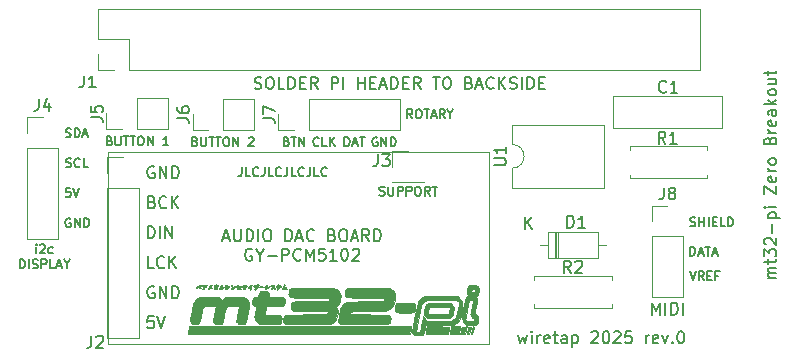
<source format=gbr>
%TF.GenerationSoftware,KiCad,Pcbnew,(5.1.6)-1*%
%TF.CreationDate,2025-04-15T16:12:06-04:00*%
%TF.ProjectId,MT32-zero-breakout,4d543332-2d7a-4657-926f-2d627265616b,rev?*%
%TF.SameCoordinates,Original*%
%TF.FileFunction,Legend,Top*%
%TF.FilePolarity,Positive*%
%FSLAX46Y46*%
G04 Gerber Fmt 4.6, Leading zero omitted, Abs format (unit mm)*
G04 Created by KiCad (PCBNEW (5.1.6)-1) date 2025-04-15 16:12:06*
%MOMM*%
%LPD*%
G01*
G04 APERTURE LIST*
%ADD10C,0.150000*%
%ADD11C,0.120000*%
%ADD12C,0.010000*%
G04 APERTURE END LIST*
D10*
X137251714Y-83345785D02*
X137251714Y-83881500D01*
X137216000Y-83988642D01*
X137144571Y-84060071D01*
X137037428Y-84095785D01*
X136966000Y-84095785D01*
X137966000Y-84095785D02*
X137608857Y-84095785D01*
X137608857Y-83345785D01*
X138644571Y-84024357D02*
X138608857Y-84060071D01*
X138501714Y-84095785D01*
X138430285Y-84095785D01*
X138323142Y-84060071D01*
X138251714Y-83988642D01*
X138216000Y-83917214D01*
X138180285Y-83774357D01*
X138180285Y-83667214D01*
X138216000Y-83524357D01*
X138251714Y-83452928D01*
X138323142Y-83381500D01*
X138430285Y-83345785D01*
X138501714Y-83345785D01*
X138608857Y-83381500D01*
X138644571Y-83417214D01*
X139180285Y-83345785D02*
X139180285Y-83881500D01*
X139144571Y-83988642D01*
X139073142Y-84060071D01*
X138966000Y-84095785D01*
X138894571Y-84095785D01*
X139894571Y-84095785D02*
X139537428Y-84095785D01*
X139537428Y-83345785D01*
X140573142Y-84024357D02*
X140537428Y-84060071D01*
X140430285Y-84095785D01*
X140358857Y-84095785D01*
X140251714Y-84060071D01*
X140180285Y-83988642D01*
X140144571Y-83917214D01*
X140108857Y-83774357D01*
X140108857Y-83667214D01*
X140144571Y-83524357D01*
X140180285Y-83452928D01*
X140251714Y-83381500D01*
X140358857Y-83345785D01*
X140430285Y-83345785D01*
X140537428Y-83381500D01*
X140573142Y-83417214D01*
X141108857Y-83345785D02*
X141108857Y-83881500D01*
X141073142Y-83988642D01*
X141001714Y-84060071D01*
X140894571Y-84095785D01*
X140823142Y-84095785D01*
X141823142Y-84095785D02*
X141466000Y-84095785D01*
X141466000Y-83345785D01*
X142501714Y-84024357D02*
X142466000Y-84060071D01*
X142358857Y-84095785D01*
X142287428Y-84095785D01*
X142180285Y-84060071D01*
X142108857Y-83988642D01*
X142073142Y-83917214D01*
X142037428Y-83774357D01*
X142037428Y-83667214D01*
X142073142Y-83524357D01*
X142108857Y-83452928D01*
X142180285Y-83381500D01*
X142287428Y-83345785D01*
X142358857Y-83345785D01*
X142466000Y-83381500D01*
X142501714Y-83417214D01*
X143037428Y-83345785D02*
X143037428Y-83881500D01*
X143001714Y-83988642D01*
X142930285Y-84060071D01*
X142823142Y-84095785D01*
X142751714Y-84095785D01*
X143751714Y-84095785D02*
X143394571Y-84095785D01*
X143394571Y-83345785D01*
X144430285Y-84024357D02*
X144394571Y-84060071D01*
X144287428Y-84095785D01*
X144216000Y-84095785D01*
X144108857Y-84060071D01*
X144037428Y-83988642D01*
X144001714Y-83917214D01*
X143966000Y-83774357D01*
X143966000Y-83667214D01*
X144001714Y-83524357D01*
X144037428Y-83452928D01*
X144108857Y-83381500D01*
X144216000Y-83345785D01*
X144287428Y-83345785D01*
X144394571Y-83381500D01*
X144430285Y-83417214D01*
X119844428Y-90633785D02*
X119844428Y-90133785D01*
X119844428Y-89883785D02*
X119808714Y-89919500D01*
X119844428Y-89955214D01*
X119880142Y-89919500D01*
X119844428Y-89883785D01*
X119844428Y-89955214D01*
X120165857Y-89955214D02*
X120201571Y-89919500D01*
X120273000Y-89883785D01*
X120451571Y-89883785D01*
X120523000Y-89919500D01*
X120558714Y-89955214D01*
X120594428Y-90026642D01*
X120594428Y-90098071D01*
X120558714Y-90205214D01*
X120130142Y-90633785D01*
X120594428Y-90633785D01*
X121237285Y-90598071D02*
X121165857Y-90633785D01*
X121023000Y-90633785D01*
X120951571Y-90598071D01*
X120915857Y-90562357D01*
X120880142Y-90490928D01*
X120880142Y-90276642D01*
X120915857Y-90205214D01*
X120951571Y-90169500D01*
X121023000Y-90133785D01*
X121165857Y-90133785D01*
X121237285Y-90169500D01*
X118469428Y-91908785D02*
X118469428Y-91158785D01*
X118648000Y-91158785D01*
X118755142Y-91194500D01*
X118826571Y-91265928D01*
X118862285Y-91337357D01*
X118898000Y-91480214D01*
X118898000Y-91587357D01*
X118862285Y-91730214D01*
X118826571Y-91801642D01*
X118755142Y-91873071D01*
X118648000Y-91908785D01*
X118469428Y-91908785D01*
X119219428Y-91908785D02*
X119219428Y-91158785D01*
X119540857Y-91873071D02*
X119648000Y-91908785D01*
X119826571Y-91908785D01*
X119898000Y-91873071D01*
X119933714Y-91837357D01*
X119969428Y-91765928D01*
X119969428Y-91694500D01*
X119933714Y-91623071D01*
X119898000Y-91587357D01*
X119826571Y-91551642D01*
X119683714Y-91515928D01*
X119612285Y-91480214D01*
X119576571Y-91444500D01*
X119540857Y-91373071D01*
X119540857Y-91301642D01*
X119576571Y-91230214D01*
X119612285Y-91194500D01*
X119683714Y-91158785D01*
X119862285Y-91158785D01*
X119969428Y-91194500D01*
X120290857Y-91908785D02*
X120290857Y-91158785D01*
X120576571Y-91158785D01*
X120648000Y-91194500D01*
X120683714Y-91230214D01*
X120719428Y-91301642D01*
X120719428Y-91408785D01*
X120683714Y-91480214D01*
X120648000Y-91515928D01*
X120576571Y-91551642D01*
X120290857Y-91551642D01*
X121398000Y-91908785D02*
X121040857Y-91908785D01*
X121040857Y-91158785D01*
X121612285Y-91694500D02*
X121969428Y-91694500D01*
X121540857Y-91908785D02*
X121790857Y-91158785D01*
X122040857Y-91908785D01*
X122433714Y-91551642D02*
X122433714Y-91908785D01*
X122183714Y-91158785D02*
X122433714Y-91551642D01*
X122683714Y-91158785D01*
X182506880Y-92700976D02*
X181840214Y-92700976D01*
X181935452Y-92700976D02*
X181887833Y-92653357D01*
X181840214Y-92558119D01*
X181840214Y-92415261D01*
X181887833Y-92320023D01*
X181983071Y-92272404D01*
X182506880Y-92272404D01*
X181983071Y-92272404D02*
X181887833Y-92224785D01*
X181840214Y-92129547D01*
X181840214Y-91986690D01*
X181887833Y-91891452D01*
X181983071Y-91843833D01*
X182506880Y-91843833D01*
X181840214Y-91510500D02*
X181840214Y-91129547D01*
X181506880Y-91367642D02*
X182364023Y-91367642D01*
X182459261Y-91320023D01*
X182506880Y-91224785D01*
X182506880Y-91129547D01*
X181506880Y-90891452D02*
X181506880Y-90272404D01*
X181887833Y-90605738D01*
X181887833Y-90462880D01*
X181935452Y-90367642D01*
X181983071Y-90320023D01*
X182078309Y-90272404D01*
X182316404Y-90272404D01*
X182411642Y-90320023D01*
X182459261Y-90367642D01*
X182506880Y-90462880D01*
X182506880Y-90748595D01*
X182459261Y-90843833D01*
X182411642Y-90891452D01*
X181602119Y-89891452D02*
X181554500Y-89843833D01*
X181506880Y-89748595D01*
X181506880Y-89510500D01*
X181554500Y-89415261D01*
X181602119Y-89367642D01*
X181697357Y-89320023D01*
X181792595Y-89320023D01*
X181935452Y-89367642D01*
X182506880Y-89939071D01*
X182506880Y-89320023D01*
X182125928Y-88891452D02*
X182125928Y-88129547D01*
X181840214Y-87653357D02*
X182840214Y-87653357D01*
X181887833Y-87653357D02*
X181840214Y-87558119D01*
X181840214Y-87367642D01*
X181887833Y-87272404D01*
X181935452Y-87224785D01*
X182030690Y-87177166D01*
X182316404Y-87177166D01*
X182411642Y-87224785D01*
X182459261Y-87272404D01*
X182506880Y-87367642D01*
X182506880Y-87558119D01*
X182459261Y-87653357D01*
X182506880Y-86748595D02*
X181840214Y-86748595D01*
X181506880Y-86748595D02*
X181554500Y-86796214D01*
X181602119Y-86748595D01*
X181554500Y-86700976D01*
X181506880Y-86748595D01*
X181602119Y-86748595D01*
X181506880Y-85605738D02*
X181506880Y-84939071D01*
X182506880Y-85605738D01*
X182506880Y-84939071D01*
X182459261Y-84177166D02*
X182506880Y-84272404D01*
X182506880Y-84462880D01*
X182459261Y-84558119D01*
X182364023Y-84605738D01*
X181983071Y-84605738D01*
X181887833Y-84558119D01*
X181840214Y-84462880D01*
X181840214Y-84272404D01*
X181887833Y-84177166D01*
X181983071Y-84129547D01*
X182078309Y-84129547D01*
X182173547Y-84605738D01*
X182506880Y-83700976D02*
X181840214Y-83700976D01*
X182030690Y-83700976D02*
X181935452Y-83653357D01*
X181887833Y-83605738D01*
X181840214Y-83510500D01*
X181840214Y-83415261D01*
X182506880Y-82939071D02*
X182459261Y-83034309D01*
X182411642Y-83081928D01*
X182316404Y-83129547D01*
X182030690Y-83129547D01*
X181935452Y-83081928D01*
X181887833Y-83034309D01*
X181840214Y-82939071D01*
X181840214Y-82796214D01*
X181887833Y-82700976D01*
X181935452Y-82653357D01*
X182030690Y-82605738D01*
X182316404Y-82605738D01*
X182411642Y-82653357D01*
X182459261Y-82700976D01*
X182506880Y-82796214D01*
X182506880Y-82939071D01*
X181983071Y-81081928D02*
X182030690Y-80939071D01*
X182078309Y-80891452D01*
X182173547Y-80843833D01*
X182316404Y-80843833D01*
X182411642Y-80891452D01*
X182459261Y-80939071D01*
X182506880Y-81034309D01*
X182506880Y-81415261D01*
X181506880Y-81415261D01*
X181506880Y-81081928D01*
X181554500Y-80986690D01*
X181602119Y-80939071D01*
X181697357Y-80891452D01*
X181792595Y-80891452D01*
X181887833Y-80939071D01*
X181935452Y-80986690D01*
X181983071Y-81081928D01*
X181983071Y-81415261D01*
X182506880Y-80415261D02*
X181840214Y-80415261D01*
X182030690Y-80415261D02*
X181935452Y-80367642D01*
X181887833Y-80320023D01*
X181840214Y-80224785D01*
X181840214Y-80129547D01*
X182459261Y-79415261D02*
X182506880Y-79510500D01*
X182506880Y-79700976D01*
X182459261Y-79796214D01*
X182364023Y-79843833D01*
X181983071Y-79843833D01*
X181887833Y-79796214D01*
X181840214Y-79700976D01*
X181840214Y-79510500D01*
X181887833Y-79415261D01*
X181983071Y-79367642D01*
X182078309Y-79367642D01*
X182173547Y-79843833D01*
X182506880Y-78510500D02*
X181983071Y-78510500D01*
X181887833Y-78558119D01*
X181840214Y-78653357D01*
X181840214Y-78843833D01*
X181887833Y-78939071D01*
X182459261Y-78510500D02*
X182506880Y-78605738D01*
X182506880Y-78843833D01*
X182459261Y-78939071D01*
X182364023Y-78986690D01*
X182268785Y-78986690D01*
X182173547Y-78939071D01*
X182125928Y-78843833D01*
X182125928Y-78605738D01*
X182078309Y-78510500D01*
X182506880Y-78034309D02*
X181506880Y-78034309D01*
X182125928Y-77939071D02*
X182506880Y-77653357D01*
X181840214Y-77653357D02*
X182221166Y-78034309D01*
X182506880Y-77081928D02*
X182459261Y-77177166D01*
X182411642Y-77224785D01*
X182316404Y-77272404D01*
X182030690Y-77272404D01*
X181935452Y-77224785D01*
X181887833Y-77177166D01*
X181840214Y-77081928D01*
X181840214Y-76939071D01*
X181887833Y-76843833D01*
X181935452Y-76796214D01*
X182030690Y-76748595D01*
X182316404Y-76748595D01*
X182411642Y-76796214D01*
X182459261Y-76843833D01*
X182506880Y-76939071D01*
X182506880Y-77081928D01*
X181840214Y-75891452D02*
X182506880Y-75891452D01*
X181840214Y-76320023D02*
X182364023Y-76320023D01*
X182459261Y-76272404D01*
X182506880Y-76177166D01*
X182506880Y-76034309D01*
X182459261Y-75939071D01*
X182411642Y-75891452D01*
X181840214Y-75558119D02*
X181840214Y-75177166D01*
X181506880Y-75415261D02*
X182364023Y-75415261D01*
X182459261Y-75367642D01*
X182506880Y-75272404D01*
X182506880Y-75177166D01*
X171981976Y-95829380D02*
X171981976Y-94829380D01*
X172315309Y-95543666D01*
X172648642Y-94829380D01*
X172648642Y-95829380D01*
X173124833Y-95829380D02*
X173124833Y-94829380D01*
X173601023Y-95829380D02*
X173601023Y-94829380D01*
X173839119Y-94829380D01*
X173981976Y-94877000D01*
X174077214Y-94972238D01*
X174124833Y-95067476D01*
X174172452Y-95257952D01*
X174172452Y-95400809D01*
X174124833Y-95591285D01*
X174077214Y-95686523D01*
X173981976Y-95781761D01*
X173839119Y-95829380D01*
X173601023Y-95829380D01*
X174601023Y-95829380D02*
X174601023Y-94829380D01*
X160655880Y-97575714D02*
X160846357Y-98242380D01*
X161036833Y-97766190D01*
X161227309Y-98242380D01*
X161417785Y-97575714D01*
X161798738Y-98242380D02*
X161798738Y-97575714D01*
X161798738Y-97242380D02*
X161751119Y-97290000D01*
X161798738Y-97337619D01*
X161846357Y-97290000D01*
X161798738Y-97242380D01*
X161798738Y-97337619D01*
X162274928Y-98242380D02*
X162274928Y-97575714D01*
X162274928Y-97766190D02*
X162322547Y-97670952D01*
X162370166Y-97623333D01*
X162465404Y-97575714D01*
X162560642Y-97575714D01*
X163274928Y-98194761D02*
X163179690Y-98242380D01*
X162989214Y-98242380D01*
X162893976Y-98194761D01*
X162846357Y-98099523D01*
X162846357Y-97718571D01*
X162893976Y-97623333D01*
X162989214Y-97575714D01*
X163179690Y-97575714D01*
X163274928Y-97623333D01*
X163322547Y-97718571D01*
X163322547Y-97813809D01*
X162846357Y-97909047D01*
X163608261Y-97575714D02*
X163989214Y-97575714D01*
X163751119Y-97242380D02*
X163751119Y-98099523D01*
X163798738Y-98194761D01*
X163893976Y-98242380D01*
X163989214Y-98242380D01*
X164751119Y-98242380D02*
X164751119Y-97718571D01*
X164703500Y-97623333D01*
X164608261Y-97575714D01*
X164417785Y-97575714D01*
X164322547Y-97623333D01*
X164751119Y-98194761D02*
X164655880Y-98242380D01*
X164417785Y-98242380D01*
X164322547Y-98194761D01*
X164274928Y-98099523D01*
X164274928Y-98004285D01*
X164322547Y-97909047D01*
X164417785Y-97861428D01*
X164655880Y-97861428D01*
X164751119Y-97813809D01*
X165227309Y-97575714D02*
X165227309Y-98575714D01*
X165227309Y-97623333D02*
X165322547Y-97575714D01*
X165513023Y-97575714D01*
X165608261Y-97623333D01*
X165655880Y-97670952D01*
X165703500Y-97766190D01*
X165703500Y-98051904D01*
X165655880Y-98147142D01*
X165608261Y-98194761D01*
X165513023Y-98242380D01*
X165322547Y-98242380D01*
X165227309Y-98194761D01*
X166846357Y-97337619D02*
X166893976Y-97290000D01*
X166989214Y-97242380D01*
X167227309Y-97242380D01*
X167322547Y-97290000D01*
X167370166Y-97337619D01*
X167417785Y-97432857D01*
X167417785Y-97528095D01*
X167370166Y-97670952D01*
X166798738Y-98242380D01*
X167417785Y-98242380D01*
X168036833Y-97242380D02*
X168132071Y-97242380D01*
X168227309Y-97290000D01*
X168274928Y-97337619D01*
X168322547Y-97432857D01*
X168370166Y-97623333D01*
X168370166Y-97861428D01*
X168322547Y-98051904D01*
X168274928Y-98147142D01*
X168227309Y-98194761D01*
X168132071Y-98242380D01*
X168036833Y-98242380D01*
X167941595Y-98194761D01*
X167893976Y-98147142D01*
X167846357Y-98051904D01*
X167798738Y-97861428D01*
X167798738Y-97623333D01*
X167846357Y-97432857D01*
X167893976Y-97337619D01*
X167941595Y-97290000D01*
X168036833Y-97242380D01*
X168751119Y-97337619D02*
X168798738Y-97290000D01*
X168893976Y-97242380D01*
X169132071Y-97242380D01*
X169227309Y-97290000D01*
X169274928Y-97337619D01*
X169322547Y-97432857D01*
X169322547Y-97528095D01*
X169274928Y-97670952D01*
X168703500Y-98242380D01*
X169322547Y-98242380D01*
X170227309Y-97242380D02*
X169751119Y-97242380D01*
X169703500Y-97718571D01*
X169751119Y-97670952D01*
X169846357Y-97623333D01*
X170084452Y-97623333D01*
X170179690Y-97670952D01*
X170227309Y-97718571D01*
X170274928Y-97813809D01*
X170274928Y-98051904D01*
X170227309Y-98147142D01*
X170179690Y-98194761D01*
X170084452Y-98242380D01*
X169846357Y-98242380D01*
X169751119Y-98194761D01*
X169703500Y-98147142D01*
X171465404Y-98242380D02*
X171465404Y-97575714D01*
X171465404Y-97766190D02*
X171513023Y-97670952D01*
X171560642Y-97623333D01*
X171655880Y-97575714D01*
X171751119Y-97575714D01*
X172465404Y-98194761D02*
X172370166Y-98242380D01*
X172179690Y-98242380D01*
X172084452Y-98194761D01*
X172036833Y-98099523D01*
X172036833Y-97718571D01*
X172084452Y-97623333D01*
X172179690Y-97575714D01*
X172370166Y-97575714D01*
X172465404Y-97623333D01*
X172513023Y-97718571D01*
X172513023Y-97813809D01*
X172036833Y-97909047D01*
X172846357Y-97575714D02*
X173084452Y-98242380D01*
X173322547Y-97575714D01*
X173703500Y-98147142D02*
X173751119Y-98194761D01*
X173703500Y-98242380D01*
X173655880Y-98194761D01*
X173703500Y-98147142D01*
X173703500Y-98242380D01*
X174370166Y-97242380D02*
X174465404Y-97242380D01*
X174560642Y-97290000D01*
X174608261Y-97337619D01*
X174655880Y-97432857D01*
X174703500Y-97623333D01*
X174703500Y-97861428D01*
X174655880Y-98051904D01*
X174608261Y-98147142D01*
X174560642Y-98194761D01*
X174465404Y-98242380D01*
X174370166Y-98242380D01*
X174274928Y-98194761D01*
X174227309Y-98147142D01*
X174179690Y-98051904D01*
X174132071Y-97861428D01*
X174132071Y-97623333D01*
X174179690Y-97432857D01*
X174227309Y-97337619D01*
X174274928Y-97290000D01*
X174370166Y-97242380D01*
X175180785Y-92172285D02*
X175430785Y-92922285D01*
X175680785Y-92172285D01*
X176359357Y-92922285D02*
X176109357Y-92565142D01*
X175930785Y-92922285D02*
X175930785Y-92172285D01*
X176216500Y-92172285D01*
X176287928Y-92208000D01*
X176323642Y-92243714D01*
X176359357Y-92315142D01*
X176359357Y-92422285D01*
X176323642Y-92493714D01*
X176287928Y-92529428D01*
X176216500Y-92565142D01*
X175930785Y-92565142D01*
X176680785Y-92529428D02*
X176930785Y-92529428D01*
X177037928Y-92922285D02*
X176680785Y-92922285D01*
X176680785Y-92172285D01*
X177037928Y-92172285D01*
X177609357Y-92529428D02*
X177359357Y-92529428D01*
X177359357Y-92922285D02*
X177359357Y-92172285D01*
X177716500Y-92172285D01*
X175214500Y-90826785D02*
X175214500Y-90076785D01*
X175393071Y-90076785D01*
X175500214Y-90112500D01*
X175571642Y-90183928D01*
X175607357Y-90255357D01*
X175643071Y-90398214D01*
X175643071Y-90505357D01*
X175607357Y-90648214D01*
X175571642Y-90719642D01*
X175500214Y-90791071D01*
X175393071Y-90826785D01*
X175214500Y-90826785D01*
X175928785Y-90612500D02*
X176285928Y-90612500D01*
X175857357Y-90826785D02*
X176107357Y-90076785D01*
X176357357Y-90826785D01*
X176500214Y-90076785D02*
X176928785Y-90076785D01*
X176714500Y-90826785D02*
X176714500Y-90076785D01*
X177143071Y-90612500D02*
X177500214Y-90612500D01*
X177071642Y-90826785D02*
X177321642Y-90076785D01*
X177571642Y-90826785D01*
X175234428Y-88314571D02*
X175341571Y-88350285D01*
X175520142Y-88350285D01*
X175591571Y-88314571D01*
X175627285Y-88278857D01*
X175663000Y-88207428D01*
X175663000Y-88136000D01*
X175627285Y-88064571D01*
X175591571Y-88028857D01*
X175520142Y-87993142D01*
X175377285Y-87957428D01*
X175305857Y-87921714D01*
X175270142Y-87886000D01*
X175234428Y-87814571D01*
X175234428Y-87743142D01*
X175270142Y-87671714D01*
X175305857Y-87636000D01*
X175377285Y-87600285D01*
X175555857Y-87600285D01*
X175663000Y-87636000D01*
X175984428Y-88350285D02*
X175984428Y-87600285D01*
X175984428Y-87957428D02*
X176413000Y-87957428D01*
X176413000Y-88350285D02*
X176413000Y-87600285D01*
X176770142Y-88350285D02*
X176770142Y-87600285D01*
X177127285Y-87957428D02*
X177377285Y-87957428D01*
X177484428Y-88350285D02*
X177127285Y-88350285D01*
X177127285Y-87600285D01*
X177484428Y-87600285D01*
X178163000Y-88350285D02*
X177805857Y-88350285D01*
X177805857Y-87600285D01*
X178413000Y-88350285D02*
X178413000Y-87600285D01*
X178591571Y-87600285D01*
X178698714Y-87636000D01*
X178770142Y-87707428D01*
X178805857Y-87778857D01*
X178841571Y-87921714D01*
X178841571Y-88028857D01*
X178805857Y-88171714D01*
X178770142Y-88243142D01*
X178698714Y-88314571D01*
X178591571Y-88350285D01*
X178413000Y-88350285D01*
X133296714Y-81162928D02*
X133403857Y-81198642D01*
X133439571Y-81234357D01*
X133475285Y-81305785D01*
X133475285Y-81412928D01*
X133439571Y-81484357D01*
X133403857Y-81520071D01*
X133332428Y-81555785D01*
X133046714Y-81555785D01*
X133046714Y-80805785D01*
X133296714Y-80805785D01*
X133368142Y-80841500D01*
X133403857Y-80877214D01*
X133439571Y-80948642D01*
X133439571Y-81020071D01*
X133403857Y-81091500D01*
X133368142Y-81127214D01*
X133296714Y-81162928D01*
X133046714Y-81162928D01*
X133796714Y-80805785D02*
X133796714Y-81412928D01*
X133832428Y-81484357D01*
X133868142Y-81520071D01*
X133939571Y-81555785D01*
X134082428Y-81555785D01*
X134153857Y-81520071D01*
X134189571Y-81484357D01*
X134225285Y-81412928D01*
X134225285Y-80805785D01*
X134475285Y-80805785D02*
X134903857Y-80805785D01*
X134689571Y-81555785D02*
X134689571Y-80805785D01*
X135046714Y-80805785D02*
X135475285Y-80805785D01*
X135261000Y-81555785D02*
X135261000Y-80805785D01*
X135868142Y-80805785D02*
X136011000Y-80805785D01*
X136082428Y-80841500D01*
X136153857Y-80912928D01*
X136189571Y-81055785D01*
X136189571Y-81305785D01*
X136153857Y-81448642D01*
X136082428Y-81520071D01*
X136011000Y-81555785D01*
X135868142Y-81555785D01*
X135796714Y-81520071D01*
X135725285Y-81448642D01*
X135689571Y-81305785D01*
X135689571Y-81055785D01*
X135725285Y-80912928D01*
X135796714Y-80841500D01*
X135868142Y-80805785D01*
X136511000Y-81555785D02*
X136511000Y-80805785D01*
X136939571Y-81555785D01*
X136939571Y-80805785D01*
X137832428Y-80877214D02*
X137868142Y-80841500D01*
X137939571Y-80805785D01*
X138118142Y-80805785D01*
X138189571Y-80841500D01*
X138225285Y-80877214D01*
X138261000Y-80948642D01*
X138261000Y-81020071D01*
X138225285Y-81127214D01*
X137796714Y-81555785D01*
X138261000Y-81555785D01*
X126057714Y-81099428D02*
X126164857Y-81135142D01*
X126200571Y-81170857D01*
X126236285Y-81242285D01*
X126236285Y-81349428D01*
X126200571Y-81420857D01*
X126164857Y-81456571D01*
X126093428Y-81492285D01*
X125807714Y-81492285D01*
X125807714Y-80742285D01*
X126057714Y-80742285D01*
X126129142Y-80778000D01*
X126164857Y-80813714D01*
X126200571Y-80885142D01*
X126200571Y-80956571D01*
X126164857Y-81028000D01*
X126129142Y-81063714D01*
X126057714Y-81099428D01*
X125807714Y-81099428D01*
X126557714Y-80742285D02*
X126557714Y-81349428D01*
X126593428Y-81420857D01*
X126629142Y-81456571D01*
X126700571Y-81492285D01*
X126843428Y-81492285D01*
X126914857Y-81456571D01*
X126950571Y-81420857D01*
X126986285Y-81349428D01*
X126986285Y-80742285D01*
X127236285Y-80742285D02*
X127664857Y-80742285D01*
X127450571Y-81492285D02*
X127450571Y-80742285D01*
X127807714Y-80742285D02*
X128236285Y-80742285D01*
X128022000Y-81492285D02*
X128022000Y-80742285D01*
X128629142Y-80742285D02*
X128772000Y-80742285D01*
X128843428Y-80778000D01*
X128914857Y-80849428D01*
X128950571Y-80992285D01*
X128950571Y-81242285D01*
X128914857Y-81385142D01*
X128843428Y-81456571D01*
X128772000Y-81492285D01*
X128629142Y-81492285D01*
X128557714Y-81456571D01*
X128486285Y-81385142D01*
X128450571Y-81242285D01*
X128450571Y-80992285D01*
X128486285Y-80849428D01*
X128557714Y-80778000D01*
X128629142Y-80742285D01*
X129272000Y-81492285D02*
X129272000Y-80742285D01*
X129700571Y-81492285D01*
X129700571Y-80742285D01*
X131022000Y-81492285D02*
X130593428Y-81492285D01*
X130807714Y-81492285D02*
X130807714Y-80742285D01*
X130736285Y-80849428D01*
X130664857Y-80920857D01*
X130593428Y-80956571D01*
X151697714Y-79206285D02*
X151447714Y-78849142D01*
X151269142Y-79206285D02*
X151269142Y-78456285D01*
X151554857Y-78456285D01*
X151626285Y-78492000D01*
X151662000Y-78527714D01*
X151697714Y-78599142D01*
X151697714Y-78706285D01*
X151662000Y-78777714D01*
X151626285Y-78813428D01*
X151554857Y-78849142D01*
X151269142Y-78849142D01*
X152162000Y-78456285D02*
X152304857Y-78456285D01*
X152376285Y-78492000D01*
X152447714Y-78563428D01*
X152483428Y-78706285D01*
X152483428Y-78956285D01*
X152447714Y-79099142D01*
X152376285Y-79170571D01*
X152304857Y-79206285D01*
X152162000Y-79206285D01*
X152090571Y-79170571D01*
X152019142Y-79099142D01*
X151983428Y-78956285D01*
X151983428Y-78706285D01*
X152019142Y-78563428D01*
X152090571Y-78492000D01*
X152162000Y-78456285D01*
X152697714Y-78456285D02*
X153126285Y-78456285D01*
X152912000Y-79206285D02*
X152912000Y-78456285D01*
X153340571Y-78992000D02*
X153697714Y-78992000D01*
X153269142Y-79206285D02*
X153519142Y-78456285D01*
X153769142Y-79206285D01*
X154447714Y-79206285D02*
X154197714Y-78849142D01*
X154019142Y-79206285D02*
X154019142Y-78456285D01*
X154304857Y-78456285D01*
X154376285Y-78492000D01*
X154412000Y-78527714D01*
X154447714Y-78599142D01*
X154447714Y-78706285D01*
X154412000Y-78777714D01*
X154376285Y-78813428D01*
X154304857Y-78849142D01*
X154019142Y-78849142D01*
X154912000Y-78849142D02*
X154912000Y-79206285D01*
X154662000Y-78456285D02*
X154912000Y-78849142D01*
X155162000Y-78456285D01*
X148717071Y-80841500D02*
X148645642Y-80805785D01*
X148538500Y-80805785D01*
X148431357Y-80841500D01*
X148359928Y-80912928D01*
X148324214Y-80984357D01*
X148288500Y-81127214D01*
X148288500Y-81234357D01*
X148324214Y-81377214D01*
X148359928Y-81448642D01*
X148431357Y-81520071D01*
X148538500Y-81555785D01*
X148609928Y-81555785D01*
X148717071Y-81520071D01*
X148752785Y-81484357D01*
X148752785Y-81234357D01*
X148609928Y-81234357D01*
X149074214Y-81555785D02*
X149074214Y-80805785D01*
X149502785Y-81555785D01*
X149502785Y-80805785D01*
X149859928Y-81555785D02*
X149859928Y-80805785D01*
X150038500Y-80805785D01*
X150145642Y-80841500D01*
X150217071Y-80912928D01*
X150252785Y-80984357D01*
X150288500Y-81127214D01*
X150288500Y-81234357D01*
X150252785Y-81377214D01*
X150217071Y-81448642D01*
X150145642Y-81520071D01*
X150038500Y-81555785D01*
X149859928Y-81555785D01*
X145944928Y-81555785D02*
X145944928Y-80805785D01*
X146123500Y-80805785D01*
X146230642Y-80841500D01*
X146302071Y-80912928D01*
X146337785Y-80984357D01*
X146373500Y-81127214D01*
X146373500Y-81234357D01*
X146337785Y-81377214D01*
X146302071Y-81448642D01*
X146230642Y-81520071D01*
X146123500Y-81555785D01*
X145944928Y-81555785D01*
X146659214Y-81341500D02*
X147016357Y-81341500D01*
X146587785Y-81555785D02*
X146837785Y-80805785D01*
X147087785Y-81555785D01*
X147230642Y-80805785D02*
X147659214Y-80805785D01*
X147444928Y-81555785D02*
X147444928Y-80805785D01*
X143762071Y-81484357D02*
X143726357Y-81520071D01*
X143619214Y-81555785D01*
X143547785Y-81555785D01*
X143440642Y-81520071D01*
X143369214Y-81448642D01*
X143333500Y-81377214D01*
X143297785Y-81234357D01*
X143297785Y-81127214D01*
X143333500Y-80984357D01*
X143369214Y-80912928D01*
X143440642Y-80841500D01*
X143547785Y-80805785D01*
X143619214Y-80805785D01*
X143726357Y-80841500D01*
X143762071Y-80877214D01*
X144440642Y-81555785D02*
X144083500Y-81555785D01*
X144083500Y-80805785D01*
X144690642Y-81555785D02*
X144690642Y-80805785D01*
X145119214Y-81555785D02*
X144797785Y-81127214D01*
X145119214Y-80805785D02*
X144690642Y-81234357D01*
X141043500Y-81162928D02*
X141150642Y-81198642D01*
X141186357Y-81234357D01*
X141222071Y-81305785D01*
X141222071Y-81412928D01*
X141186357Y-81484357D01*
X141150642Y-81520071D01*
X141079214Y-81555785D01*
X140793500Y-81555785D01*
X140793500Y-80805785D01*
X141043500Y-80805785D01*
X141114928Y-80841500D01*
X141150642Y-80877214D01*
X141186357Y-80948642D01*
X141186357Y-81020071D01*
X141150642Y-81091500D01*
X141114928Y-81127214D01*
X141043500Y-81162928D01*
X140793500Y-81162928D01*
X141436357Y-80805785D02*
X141864928Y-80805785D01*
X141650642Y-81555785D02*
X141650642Y-80805785D01*
X142114928Y-81555785D02*
X142114928Y-80805785D01*
X142543500Y-81555785D01*
X142543500Y-80805785D01*
X122745571Y-87699500D02*
X122674142Y-87663785D01*
X122567000Y-87663785D01*
X122459857Y-87699500D01*
X122388428Y-87770928D01*
X122352714Y-87842357D01*
X122317000Y-87985214D01*
X122317000Y-88092357D01*
X122352714Y-88235214D01*
X122388428Y-88306642D01*
X122459857Y-88378071D01*
X122567000Y-88413785D01*
X122638428Y-88413785D01*
X122745571Y-88378071D01*
X122781285Y-88342357D01*
X122781285Y-88092357D01*
X122638428Y-88092357D01*
X123102714Y-88413785D02*
X123102714Y-87663785D01*
X123531285Y-88413785D01*
X123531285Y-87663785D01*
X123888428Y-88413785D02*
X123888428Y-87663785D01*
X124067000Y-87663785D01*
X124174142Y-87699500D01*
X124245571Y-87770928D01*
X124281285Y-87842357D01*
X124317000Y-87985214D01*
X124317000Y-88092357D01*
X124281285Y-88235214D01*
X124245571Y-88306642D01*
X124174142Y-88378071D01*
X124067000Y-88413785D01*
X123888428Y-88413785D01*
X122729642Y-85123785D02*
X122372500Y-85123785D01*
X122336785Y-85480928D01*
X122372500Y-85445214D01*
X122443928Y-85409500D01*
X122622500Y-85409500D01*
X122693928Y-85445214D01*
X122729642Y-85480928D01*
X122765357Y-85552357D01*
X122765357Y-85730928D01*
X122729642Y-85802357D01*
X122693928Y-85838071D01*
X122622500Y-85873785D01*
X122443928Y-85873785D01*
X122372500Y-85838071D01*
X122336785Y-85802357D01*
X122979642Y-85123785D02*
X123229642Y-85873785D01*
X123479642Y-85123785D01*
X122360642Y-83298071D02*
X122467785Y-83333785D01*
X122646357Y-83333785D01*
X122717785Y-83298071D01*
X122753500Y-83262357D01*
X122789214Y-83190928D01*
X122789214Y-83119500D01*
X122753500Y-83048071D01*
X122717785Y-83012357D01*
X122646357Y-82976642D01*
X122503500Y-82940928D01*
X122432071Y-82905214D01*
X122396357Y-82869500D01*
X122360642Y-82798071D01*
X122360642Y-82726642D01*
X122396357Y-82655214D01*
X122432071Y-82619500D01*
X122503500Y-82583785D01*
X122682071Y-82583785D01*
X122789214Y-82619500D01*
X123539214Y-83262357D02*
X123503500Y-83298071D01*
X123396357Y-83333785D01*
X123324928Y-83333785D01*
X123217785Y-83298071D01*
X123146357Y-83226642D01*
X123110642Y-83155214D01*
X123074928Y-83012357D01*
X123074928Y-82905214D01*
X123110642Y-82762357D01*
X123146357Y-82690928D01*
X123217785Y-82619500D01*
X123324928Y-82583785D01*
X123396357Y-82583785D01*
X123503500Y-82619500D01*
X123539214Y-82655214D01*
X124217785Y-83333785D02*
X123860642Y-83333785D01*
X123860642Y-82583785D01*
X122342785Y-80758071D02*
X122449928Y-80793785D01*
X122628500Y-80793785D01*
X122699928Y-80758071D01*
X122735642Y-80722357D01*
X122771357Y-80650928D01*
X122771357Y-80579500D01*
X122735642Y-80508071D01*
X122699928Y-80472357D01*
X122628500Y-80436642D01*
X122485642Y-80400928D01*
X122414214Y-80365214D01*
X122378500Y-80329500D01*
X122342785Y-80258071D01*
X122342785Y-80186642D01*
X122378500Y-80115214D01*
X122414214Y-80079500D01*
X122485642Y-80043785D01*
X122664214Y-80043785D01*
X122771357Y-80079500D01*
X123092785Y-80793785D02*
X123092785Y-80043785D01*
X123271357Y-80043785D01*
X123378500Y-80079500D01*
X123449928Y-80150928D01*
X123485642Y-80222357D01*
X123521357Y-80365214D01*
X123521357Y-80472357D01*
X123485642Y-80615214D01*
X123449928Y-80686642D01*
X123378500Y-80758071D01*
X123271357Y-80793785D01*
X123092785Y-80793785D01*
X123807071Y-80579500D02*
X124164214Y-80579500D01*
X123735642Y-80793785D02*
X123985642Y-80043785D01*
X124235642Y-80793785D01*
X148909785Y-85711071D02*
X149016928Y-85746785D01*
X149195500Y-85746785D01*
X149266928Y-85711071D01*
X149302642Y-85675357D01*
X149338357Y-85603928D01*
X149338357Y-85532500D01*
X149302642Y-85461071D01*
X149266928Y-85425357D01*
X149195500Y-85389642D01*
X149052642Y-85353928D01*
X148981214Y-85318214D01*
X148945500Y-85282500D01*
X148909785Y-85211071D01*
X148909785Y-85139642D01*
X148945500Y-85068214D01*
X148981214Y-85032500D01*
X149052642Y-84996785D01*
X149231214Y-84996785D01*
X149338357Y-85032500D01*
X149659785Y-84996785D02*
X149659785Y-85603928D01*
X149695500Y-85675357D01*
X149731214Y-85711071D01*
X149802642Y-85746785D01*
X149945500Y-85746785D01*
X150016928Y-85711071D01*
X150052642Y-85675357D01*
X150088357Y-85603928D01*
X150088357Y-84996785D01*
X150445500Y-85746785D02*
X150445500Y-84996785D01*
X150731214Y-84996785D01*
X150802642Y-85032500D01*
X150838357Y-85068214D01*
X150874071Y-85139642D01*
X150874071Y-85246785D01*
X150838357Y-85318214D01*
X150802642Y-85353928D01*
X150731214Y-85389642D01*
X150445500Y-85389642D01*
X151195500Y-85746785D02*
X151195500Y-84996785D01*
X151481214Y-84996785D01*
X151552642Y-85032500D01*
X151588357Y-85068214D01*
X151624071Y-85139642D01*
X151624071Y-85246785D01*
X151588357Y-85318214D01*
X151552642Y-85353928D01*
X151481214Y-85389642D01*
X151195500Y-85389642D01*
X152088357Y-84996785D02*
X152231214Y-84996785D01*
X152302642Y-85032500D01*
X152374071Y-85103928D01*
X152409785Y-85246785D01*
X152409785Y-85496785D01*
X152374071Y-85639642D01*
X152302642Y-85711071D01*
X152231214Y-85746785D01*
X152088357Y-85746785D01*
X152016928Y-85711071D01*
X151945500Y-85639642D01*
X151909785Y-85496785D01*
X151909785Y-85246785D01*
X151945500Y-85103928D01*
X152016928Y-85032500D01*
X152088357Y-84996785D01*
X153159785Y-85746785D02*
X152909785Y-85389642D01*
X152731214Y-85746785D02*
X152731214Y-84996785D01*
X153016928Y-84996785D01*
X153088357Y-85032500D01*
X153124071Y-85068214D01*
X153159785Y-85139642D01*
X153159785Y-85246785D01*
X153124071Y-85318214D01*
X153088357Y-85353928D01*
X153016928Y-85389642D01*
X152731214Y-85389642D01*
X153374071Y-84996785D02*
X153802642Y-84996785D01*
X153588357Y-85746785D02*
X153588357Y-84996785D01*
X129780285Y-95972380D02*
X129304095Y-95972380D01*
X129256476Y-96448571D01*
X129304095Y-96400952D01*
X129399333Y-96353333D01*
X129637428Y-96353333D01*
X129732666Y-96400952D01*
X129780285Y-96448571D01*
X129827904Y-96543809D01*
X129827904Y-96781904D01*
X129780285Y-96877142D01*
X129732666Y-96924761D01*
X129637428Y-96972380D01*
X129399333Y-96972380D01*
X129304095Y-96924761D01*
X129256476Y-96877142D01*
X130113619Y-95972380D02*
X130446952Y-96972380D01*
X130780285Y-95972380D01*
X129827904Y-93480000D02*
X129732666Y-93432380D01*
X129589809Y-93432380D01*
X129446952Y-93480000D01*
X129351714Y-93575238D01*
X129304095Y-93670476D01*
X129256476Y-93860952D01*
X129256476Y-94003809D01*
X129304095Y-94194285D01*
X129351714Y-94289523D01*
X129446952Y-94384761D01*
X129589809Y-94432380D01*
X129685047Y-94432380D01*
X129827904Y-94384761D01*
X129875523Y-94337142D01*
X129875523Y-94003809D01*
X129685047Y-94003809D01*
X130304095Y-94432380D02*
X130304095Y-93432380D01*
X130875523Y-94432380D01*
X130875523Y-93432380D01*
X131351714Y-94432380D02*
X131351714Y-93432380D01*
X131589809Y-93432380D01*
X131732666Y-93480000D01*
X131827904Y-93575238D01*
X131875523Y-93670476D01*
X131923142Y-93860952D01*
X131923142Y-94003809D01*
X131875523Y-94194285D01*
X131827904Y-94289523D01*
X131732666Y-94384761D01*
X131589809Y-94432380D01*
X131351714Y-94432380D01*
X129780285Y-91892380D02*
X129304095Y-91892380D01*
X129304095Y-90892380D01*
X130685047Y-91797142D02*
X130637428Y-91844761D01*
X130494571Y-91892380D01*
X130399333Y-91892380D01*
X130256476Y-91844761D01*
X130161238Y-91749523D01*
X130113619Y-91654285D01*
X130066000Y-91463809D01*
X130066000Y-91320952D01*
X130113619Y-91130476D01*
X130161238Y-91035238D01*
X130256476Y-90940000D01*
X130399333Y-90892380D01*
X130494571Y-90892380D01*
X130637428Y-90940000D01*
X130685047Y-90987619D01*
X131113619Y-91892380D02*
X131113619Y-90892380D01*
X131685047Y-91892380D02*
X131256476Y-91320952D01*
X131685047Y-90892380D02*
X131113619Y-91463809D01*
X129304095Y-89352380D02*
X129304095Y-88352380D01*
X129542190Y-88352380D01*
X129685047Y-88400000D01*
X129780285Y-88495238D01*
X129827904Y-88590476D01*
X129875523Y-88780952D01*
X129875523Y-88923809D01*
X129827904Y-89114285D01*
X129780285Y-89209523D01*
X129685047Y-89304761D01*
X129542190Y-89352380D01*
X129304095Y-89352380D01*
X130304095Y-89352380D02*
X130304095Y-88352380D01*
X130780285Y-89352380D02*
X130780285Y-88352380D01*
X131351714Y-89352380D01*
X131351714Y-88352380D01*
X129637428Y-86288571D02*
X129780285Y-86336190D01*
X129827904Y-86383809D01*
X129875523Y-86479047D01*
X129875523Y-86621904D01*
X129827904Y-86717142D01*
X129780285Y-86764761D01*
X129685047Y-86812380D01*
X129304095Y-86812380D01*
X129304095Y-85812380D01*
X129637428Y-85812380D01*
X129732666Y-85860000D01*
X129780285Y-85907619D01*
X129827904Y-86002857D01*
X129827904Y-86098095D01*
X129780285Y-86193333D01*
X129732666Y-86240952D01*
X129637428Y-86288571D01*
X129304095Y-86288571D01*
X130875523Y-86717142D02*
X130827904Y-86764761D01*
X130685047Y-86812380D01*
X130589809Y-86812380D01*
X130446952Y-86764761D01*
X130351714Y-86669523D01*
X130304095Y-86574285D01*
X130256476Y-86383809D01*
X130256476Y-86240952D01*
X130304095Y-86050476D01*
X130351714Y-85955238D01*
X130446952Y-85860000D01*
X130589809Y-85812380D01*
X130685047Y-85812380D01*
X130827904Y-85860000D01*
X130875523Y-85907619D01*
X131304095Y-86812380D02*
X131304095Y-85812380D01*
X131875523Y-86812380D02*
X131446952Y-86240952D01*
X131875523Y-85812380D02*
X131304095Y-86383809D01*
X129827904Y-83320000D02*
X129732666Y-83272380D01*
X129589809Y-83272380D01*
X129446952Y-83320000D01*
X129351714Y-83415238D01*
X129304095Y-83510476D01*
X129256476Y-83700952D01*
X129256476Y-83843809D01*
X129304095Y-84034285D01*
X129351714Y-84129523D01*
X129446952Y-84224761D01*
X129589809Y-84272380D01*
X129685047Y-84272380D01*
X129827904Y-84224761D01*
X129875523Y-84177142D01*
X129875523Y-83843809D01*
X129685047Y-83843809D01*
X130304095Y-84272380D02*
X130304095Y-83272380D01*
X130875523Y-84272380D01*
X130875523Y-83272380D01*
X131351714Y-84272380D02*
X131351714Y-83272380D01*
X131589809Y-83272380D01*
X131732666Y-83320000D01*
X131827904Y-83415238D01*
X131875523Y-83510476D01*
X131923142Y-83700952D01*
X131923142Y-83843809D01*
X131875523Y-84034285D01*
X131827904Y-84129523D01*
X131732666Y-84224761D01*
X131589809Y-84272380D01*
X131351714Y-84272380D01*
X135700333Y-89321166D02*
X136176523Y-89321166D01*
X135605095Y-89606880D02*
X135938428Y-88606880D01*
X136271761Y-89606880D01*
X136605095Y-88606880D02*
X136605095Y-89416404D01*
X136652714Y-89511642D01*
X136700333Y-89559261D01*
X136795571Y-89606880D01*
X136986047Y-89606880D01*
X137081285Y-89559261D01*
X137128904Y-89511642D01*
X137176523Y-89416404D01*
X137176523Y-88606880D01*
X137652714Y-89606880D02*
X137652714Y-88606880D01*
X137890809Y-88606880D01*
X138033666Y-88654500D01*
X138128904Y-88749738D01*
X138176523Y-88844976D01*
X138224142Y-89035452D01*
X138224142Y-89178309D01*
X138176523Y-89368785D01*
X138128904Y-89464023D01*
X138033666Y-89559261D01*
X137890809Y-89606880D01*
X137652714Y-89606880D01*
X138652714Y-89606880D02*
X138652714Y-88606880D01*
X139319380Y-88606880D02*
X139509857Y-88606880D01*
X139605095Y-88654500D01*
X139700333Y-88749738D01*
X139747952Y-88940214D01*
X139747952Y-89273547D01*
X139700333Y-89464023D01*
X139605095Y-89559261D01*
X139509857Y-89606880D01*
X139319380Y-89606880D01*
X139224142Y-89559261D01*
X139128904Y-89464023D01*
X139081285Y-89273547D01*
X139081285Y-88940214D01*
X139128904Y-88749738D01*
X139224142Y-88654500D01*
X139319380Y-88606880D01*
X140938428Y-89606880D02*
X140938428Y-88606880D01*
X141176523Y-88606880D01*
X141319380Y-88654500D01*
X141414619Y-88749738D01*
X141462238Y-88844976D01*
X141509857Y-89035452D01*
X141509857Y-89178309D01*
X141462238Y-89368785D01*
X141414619Y-89464023D01*
X141319380Y-89559261D01*
X141176523Y-89606880D01*
X140938428Y-89606880D01*
X141890809Y-89321166D02*
X142367000Y-89321166D01*
X141795571Y-89606880D02*
X142128904Y-88606880D01*
X142462238Y-89606880D01*
X143367000Y-89511642D02*
X143319380Y-89559261D01*
X143176523Y-89606880D01*
X143081285Y-89606880D01*
X142938428Y-89559261D01*
X142843190Y-89464023D01*
X142795571Y-89368785D01*
X142747952Y-89178309D01*
X142747952Y-89035452D01*
X142795571Y-88844976D01*
X142843190Y-88749738D01*
X142938428Y-88654500D01*
X143081285Y-88606880D01*
X143176523Y-88606880D01*
X143319380Y-88654500D01*
X143367000Y-88702119D01*
X144890809Y-89083071D02*
X145033666Y-89130690D01*
X145081285Y-89178309D01*
X145128904Y-89273547D01*
X145128904Y-89416404D01*
X145081285Y-89511642D01*
X145033666Y-89559261D01*
X144938428Y-89606880D01*
X144557476Y-89606880D01*
X144557476Y-88606880D01*
X144890809Y-88606880D01*
X144986047Y-88654500D01*
X145033666Y-88702119D01*
X145081285Y-88797357D01*
X145081285Y-88892595D01*
X145033666Y-88987833D01*
X144986047Y-89035452D01*
X144890809Y-89083071D01*
X144557476Y-89083071D01*
X145747952Y-88606880D02*
X145938428Y-88606880D01*
X146033666Y-88654500D01*
X146128904Y-88749738D01*
X146176523Y-88940214D01*
X146176523Y-89273547D01*
X146128904Y-89464023D01*
X146033666Y-89559261D01*
X145938428Y-89606880D01*
X145747952Y-89606880D01*
X145652714Y-89559261D01*
X145557476Y-89464023D01*
X145509857Y-89273547D01*
X145509857Y-88940214D01*
X145557476Y-88749738D01*
X145652714Y-88654500D01*
X145747952Y-88606880D01*
X146557476Y-89321166D02*
X147033666Y-89321166D01*
X146462238Y-89606880D02*
X146795571Y-88606880D01*
X147128904Y-89606880D01*
X148033666Y-89606880D02*
X147700333Y-89130690D01*
X147462238Y-89606880D02*
X147462238Y-88606880D01*
X147843190Y-88606880D01*
X147938428Y-88654500D01*
X147986047Y-88702119D01*
X148033666Y-88797357D01*
X148033666Y-88940214D01*
X147986047Y-89035452D01*
X147938428Y-89083071D01*
X147843190Y-89130690D01*
X147462238Y-89130690D01*
X148462238Y-89606880D02*
X148462238Y-88606880D01*
X148700333Y-88606880D01*
X148843190Y-88654500D01*
X148938428Y-88749738D01*
X148986047Y-88844976D01*
X149033666Y-89035452D01*
X149033666Y-89178309D01*
X148986047Y-89368785D01*
X148938428Y-89464023D01*
X148843190Y-89559261D01*
X148700333Y-89606880D01*
X148462238Y-89606880D01*
X138105095Y-90304500D02*
X138009857Y-90256880D01*
X137867000Y-90256880D01*
X137724142Y-90304500D01*
X137628904Y-90399738D01*
X137581285Y-90494976D01*
X137533666Y-90685452D01*
X137533666Y-90828309D01*
X137581285Y-91018785D01*
X137628904Y-91114023D01*
X137724142Y-91209261D01*
X137867000Y-91256880D01*
X137962238Y-91256880D01*
X138105095Y-91209261D01*
X138152714Y-91161642D01*
X138152714Y-90828309D01*
X137962238Y-90828309D01*
X138771761Y-90780690D02*
X138771761Y-91256880D01*
X138438428Y-90256880D02*
X138771761Y-90780690D01*
X139105095Y-90256880D01*
X139438428Y-90875928D02*
X140200333Y-90875928D01*
X140676523Y-91256880D02*
X140676523Y-90256880D01*
X141057476Y-90256880D01*
X141152714Y-90304500D01*
X141200333Y-90352119D01*
X141247952Y-90447357D01*
X141247952Y-90590214D01*
X141200333Y-90685452D01*
X141152714Y-90733071D01*
X141057476Y-90780690D01*
X140676523Y-90780690D01*
X142247952Y-91161642D02*
X142200333Y-91209261D01*
X142057476Y-91256880D01*
X141962238Y-91256880D01*
X141819380Y-91209261D01*
X141724142Y-91114023D01*
X141676523Y-91018785D01*
X141628904Y-90828309D01*
X141628904Y-90685452D01*
X141676523Y-90494976D01*
X141724142Y-90399738D01*
X141819380Y-90304500D01*
X141962238Y-90256880D01*
X142057476Y-90256880D01*
X142200333Y-90304500D01*
X142247952Y-90352119D01*
X142676523Y-91256880D02*
X142676523Y-90256880D01*
X143009857Y-90971166D01*
X143343190Y-90256880D01*
X143343190Y-91256880D01*
X144295571Y-90256880D02*
X143819380Y-90256880D01*
X143771761Y-90733071D01*
X143819380Y-90685452D01*
X143914619Y-90637833D01*
X144152714Y-90637833D01*
X144247952Y-90685452D01*
X144295571Y-90733071D01*
X144343190Y-90828309D01*
X144343190Y-91066404D01*
X144295571Y-91161642D01*
X144247952Y-91209261D01*
X144152714Y-91256880D01*
X143914619Y-91256880D01*
X143819380Y-91209261D01*
X143771761Y-91161642D01*
X145295571Y-91256880D02*
X144724142Y-91256880D01*
X145009857Y-91256880D02*
X145009857Y-90256880D01*
X144914619Y-90399738D01*
X144819380Y-90494976D01*
X144724142Y-90542595D01*
X145914619Y-90256880D02*
X146009857Y-90256880D01*
X146105095Y-90304500D01*
X146152714Y-90352119D01*
X146200333Y-90447357D01*
X146247952Y-90637833D01*
X146247952Y-90875928D01*
X146200333Y-91066404D01*
X146152714Y-91161642D01*
X146105095Y-91209261D01*
X146009857Y-91256880D01*
X145914619Y-91256880D01*
X145819380Y-91209261D01*
X145771761Y-91161642D01*
X145724142Y-91066404D01*
X145676523Y-90875928D01*
X145676523Y-90637833D01*
X145724142Y-90447357D01*
X145771761Y-90352119D01*
X145819380Y-90304500D01*
X145914619Y-90256880D01*
X146628904Y-90352119D02*
X146676523Y-90304500D01*
X146771761Y-90256880D01*
X147009857Y-90256880D01*
X147105095Y-90304500D01*
X147152714Y-90352119D01*
X147200333Y-90447357D01*
X147200333Y-90542595D01*
X147152714Y-90685452D01*
X146581285Y-91256880D01*
X147200333Y-91256880D01*
D11*
X125920500Y-82042000D02*
X158178500Y-82042000D01*
X158178500Y-82042000D02*
X158178500Y-98298000D01*
X158178500Y-98298000D02*
X125920500Y-98298000D01*
X125920500Y-98298000D02*
X125920500Y-82042000D01*
D10*
X138336285Y-76668261D02*
X138479142Y-76715880D01*
X138717238Y-76715880D01*
X138812476Y-76668261D01*
X138860095Y-76620642D01*
X138907714Y-76525404D01*
X138907714Y-76430166D01*
X138860095Y-76334928D01*
X138812476Y-76287309D01*
X138717238Y-76239690D01*
X138526761Y-76192071D01*
X138431523Y-76144452D01*
X138383904Y-76096833D01*
X138336285Y-76001595D01*
X138336285Y-75906357D01*
X138383904Y-75811119D01*
X138431523Y-75763500D01*
X138526761Y-75715880D01*
X138764857Y-75715880D01*
X138907714Y-75763500D01*
X139526761Y-75715880D02*
X139717238Y-75715880D01*
X139812476Y-75763500D01*
X139907714Y-75858738D01*
X139955333Y-76049214D01*
X139955333Y-76382547D01*
X139907714Y-76573023D01*
X139812476Y-76668261D01*
X139717238Y-76715880D01*
X139526761Y-76715880D01*
X139431523Y-76668261D01*
X139336285Y-76573023D01*
X139288666Y-76382547D01*
X139288666Y-76049214D01*
X139336285Y-75858738D01*
X139431523Y-75763500D01*
X139526761Y-75715880D01*
X140860095Y-76715880D02*
X140383904Y-76715880D01*
X140383904Y-75715880D01*
X141193428Y-76715880D02*
X141193428Y-75715880D01*
X141431523Y-75715880D01*
X141574380Y-75763500D01*
X141669619Y-75858738D01*
X141717238Y-75953976D01*
X141764857Y-76144452D01*
X141764857Y-76287309D01*
X141717238Y-76477785D01*
X141669619Y-76573023D01*
X141574380Y-76668261D01*
X141431523Y-76715880D01*
X141193428Y-76715880D01*
X142193428Y-76192071D02*
X142526761Y-76192071D01*
X142669619Y-76715880D02*
X142193428Y-76715880D01*
X142193428Y-75715880D01*
X142669619Y-75715880D01*
X143669619Y-76715880D02*
X143336285Y-76239690D01*
X143098190Y-76715880D02*
X143098190Y-75715880D01*
X143479142Y-75715880D01*
X143574380Y-75763500D01*
X143622000Y-75811119D01*
X143669619Y-75906357D01*
X143669619Y-76049214D01*
X143622000Y-76144452D01*
X143574380Y-76192071D01*
X143479142Y-76239690D01*
X143098190Y-76239690D01*
X144860095Y-76715880D02*
X144860095Y-75715880D01*
X145241047Y-75715880D01*
X145336285Y-75763500D01*
X145383904Y-75811119D01*
X145431523Y-75906357D01*
X145431523Y-76049214D01*
X145383904Y-76144452D01*
X145336285Y-76192071D01*
X145241047Y-76239690D01*
X144860095Y-76239690D01*
X145860095Y-76715880D02*
X145860095Y-75715880D01*
X147098190Y-76715880D02*
X147098190Y-75715880D01*
X147098190Y-76192071D02*
X147669619Y-76192071D01*
X147669619Y-76715880D02*
X147669619Y-75715880D01*
X148145809Y-76192071D02*
X148479142Y-76192071D01*
X148622000Y-76715880D02*
X148145809Y-76715880D01*
X148145809Y-75715880D01*
X148622000Y-75715880D01*
X149002952Y-76430166D02*
X149479142Y-76430166D01*
X148907714Y-76715880D02*
X149241047Y-75715880D01*
X149574380Y-76715880D01*
X149907714Y-76715880D02*
X149907714Y-75715880D01*
X150145809Y-75715880D01*
X150288666Y-75763500D01*
X150383904Y-75858738D01*
X150431523Y-75953976D01*
X150479142Y-76144452D01*
X150479142Y-76287309D01*
X150431523Y-76477785D01*
X150383904Y-76573023D01*
X150288666Y-76668261D01*
X150145809Y-76715880D01*
X149907714Y-76715880D01*
X150907714Y-76192071D02*
X151241047Y-76192071D01*
X151383904Y-76715880D02*
X150907714Y-76715880D01*
X150907714Y-75715880D01*
X151383904Y-75715880D01*
X152383904Y-76715880D02*
X152050571Y-76239690D01*
X151812476Y-76715880D02*
X151812476Y-75715880D01*
X152193428Y-75715880D01*
X152288666Y-75763500D01*
X152336285Y-75811119D01*
X152383904Y-75906357D01*
X152383904Y-76049214D01*
X152336285Y-76144452D01*
X152288666Y-76192071D01*
X152193428Y-76239690D01*
X151812476Y-76239690D01*
X153431523Y-75715880D02*
X154002952Y-75715880D01*
X153717238Y-76715880D02*
X153717238Y-75715880D01*
X154526761Y-75715880D02*
X154717238Y-75715880D01*
X154812476Y-75763500D01*
X154907714Y-75858738D01*
X154955333Y-76049214D01*
X154955333Y-76382547D01*
X154907714Y-76573023D01*
X154812476Y-76668261D01*
X154717238Y-76715880D01*
X154526761Y-76715880D01*
X154431523Y-76668261D01*
X154336285Y-76573023D01*
X154288666Y-76382547D01*
X154288666Y-76049214D01*
X154336285Y-75858738D01*
X154431523Y-75763500D01*
X154526761Y-75715880D01*
X156479142Y-76192071D02*
X156622000Y-76239690D01*
X156669619Y-76287309D01*
X156717238Y-76382547D01*
X156717238Y-76525404D01*
X156669619Y-76620642D01*
X156622000Y-76668261D01*
X156526761Y-76715880D01*
X156145809Y-76715880D01*
X156145809Y-75715880D01*
X156479142Y-75715880D01*
X156574380Y-75763500D01*
X156622000Y-75811119D01*
X156669619Y-75906357D01*
X156669619Y-76001595D01*
X156622000Y-76096833D01*
X156574380Y-76144452D01*
X156479142Y-76192071D01*
X156145809Y-76192071D01*
X157098190Y-76430166D02*
X157574380Y-76430166D01*
X157002952Y-76715880D02*
X157336285Y-75715880D01*
X157669619Y-76715880D01*
X158574380Y-76620642D02*
X158526761Y-76668261D01*
X158383904Y-76715880D01*
X158288666Y-76715880D01*
X158145809Y-76668261D01*
X158050571Y-76573023D01*
X158002952Y-76477785D01*
X157955333Y-76287309D01*
X157955333Y-76144452D01*
X158002952Y-75953976D01*
X158050571Y-75858738D01*
X158145809Y-75763500D01*
X158288666Y-75715880D01*
X158383904Y-75715880D01*
X158526761Y-75763500D01*
X158574380Y-75811119D01*
X159002952Y-76715880D02*
X159002952Y-75715880D01*
X159574380Y-76715880D02*
X159145809Y-76144452D01*
X159574380Y-75715880D02*
X159002952Y-76287309D01*
X159955333Y-76668261D02*
X160098190Y-76715880D01*
X160336285Y-76715880D01*
X160431523Y-76668261D01*
X160479142Y-76620642D01*
X160526761Y-76525404D01*
X160526761Y-76430166D01*
X160479142Y-76334928D01*
X160431523Y-76287309D01*
X160336285Y-76239690D01*
X160145809Y-76192071D01*
X160050571Y-76144452D01*
X160002952Y-76096833D01*
X159955333Y-76001595D01*
X159955333Y-75906357D01*
X160002952Y-75811119D01*
X160050571Y-75763500D01*
X160145809Y-75715880D01*
X160383904Y-75715880D01*
X160526761Y-75763500D01*
X160955333Y-76715880D02*
X160955333Y-75715880D01*
X161431523Y-76715880D02*
X161431523Y-75715880D01*
X161669619Y-75715880D01*
X161812476Y-75763500D01*
X161907714Y-75858738D01*
X161955333Y-75953976D01*
X162002952Y-76144452D01*
X162002952Y-76287309D01*
X161955333Y-76477785D01*
X161907714Y-76573023D01*
X161812476Y-76668261D01*
X161669619Y-76715880D01*
X161431523Y-76715880D01*
X162431523Y-76192071D02*
X162764857Y-76192071D01*
X162907714Y-76715880D02*
X162431523Y-76715880D01*
X162431523Y-75715880D01*
X162907714Y-75715880D01*
D12*
%TO.C,G\u002A\u002A\u002A*%
G36*
X154441374Y-94234023D02*
G01*
X154701922Y-94234670D01*
X154911719Y-94236075D01*
X155077140Y-94238528D01*
X155204560Y-94242320D01*
X155300354Y-94247741D01*
X155370895Y-94255082D01*
X155422559Y-94264633D01*
X155461720Y-94276685D01*
X155494754Y-94291528D01*
X155504827Y-94296784D01*
X155605075Y-94354268D01*
X155678732Y-94410936D01*
X155745842Y-94485348D01*
X155823569Y-94591930D01*
X155878092Y-94675528D01*
X155909782Y-94746679D01*
X155924751Y-94828337D01*
X155929110Y-94943458D01*
X155929263Y-94988925D01*
X155921633Y-95149369D01*
X155901751Y-95323310D01*
X155877410Y-95456494D01*
X155842635Y-95611753D01*
X155805790Y-95785877D01*
X155781276Y-95908327D01*
X155711347Y-96155922D01*
X155603035Y-96357232D01*
X155450371Y-96520575D01*
X155247389Y-96654269D01*
X155245322Y-96655359D01*
X155203624Y-96675656D01*
X155159168Y-96691699D01*
X155103960Y-96704121D01*
X155030007Y-96713555D01*
X154929315Y-96720635D01*
X154793892Y-96725995D01*
X154615743Y-96730267D01*
X154386875Y-96734085D01*
X154222288Y-96736416D01*
X153869714Y-96739237D01*
X153575922Y-96737023D01*
X153336377Y-96729534D01*
X153146544Y-96716526D01*
X153001886Y-96697758D01*
X152897867Y-96672989D01*
X152874246Y-96664485D01*
X152851651Y-96666007D01*
X152829848Y-96695247D01*
X152805838Y-96760610D01*
X152776622Y-96870503D01*
X152739201Y-97033332D01*
X152733587Y-97058784D01*
X152687684Y-97250845D01*
X152644175Y-97400809D01*
X152605506Y-97500894D01*
X152583541Y-97536154D01*
X152548903Y-97565352D01*
X152501529Y-97583982D01*
X152427768Y-97594283D01*
X152313969Y-97598494D01*
X152200325Y-97599013D01*
X152061211Y-97596639D01*
X151945256Y-97590626D01*
X151867554Y-97581984D01*
X151844375Y-97575201D01*
X151806901Y-97535782D01*
X151753016Y-97466629D01*
X151737503Y-97444989D01*
X151701968Y-97384939D01*
X151681475Y-97319462D01*
X151676176Y-97237000D01*
X151678266Y-97213901D01*
X152019000Y-97213901D01*
X152029631Y-97260140D01*
X152073264Y-97279182D01*
X152132212Y-97282000D01*
X152226347Y-97273337D01*
X152300725Y-97252319D01*
X152303976Y-97250663D01*
X152350895Y-97194595D01*
X152382713Y-97093856D01*
X152384411Y-97083976D01*
X152402275Y-96986093D01*
X152429153Y-96853119D01*
X152459615Y-96711797D01*
X152463461Y-96694625D01*
X152497857Y-96532990D01*
X152532474Y-96356115D01*
X152559078Y-96206613D01*
X152597527Y-95972602D01*
X152669925Y-96050680D01*
X152738304Y-96138002D01*
X152793002Y-96226760D01*
X152823023Y-96272504D01*
X152865162Y-96309426D01*
X152925752Y-96338324D01*
X153011129Y-96360000D01*
X153127628Y-96375254D01*
X153281582Y-96384884D01*
X153479327Y-96389691D01*
X153727196Y-96390476D01*
X154031526Y-96388037D01*
X154066875Y-96387629D01*
X154329018Y-96384307D01*
X154535674Y-96380834D01*
X154694853Y-96376577D01*
X154814566Y-96370903D01*
X154902824Y-96363180D01*
X154967637Y-96352774D01*
X155017016Y-96339054D01*
X155058971Y-96321387D01*
X155086818Y-96307079D01*
X155257502Y-96181860D01*
X155380561Y-96014702D01*
X155425939Y-95910066D01*
X155462654Y-95786136D01*
X155502073Y-95622116D01*
X155540779Y-95436202D01*
X155575357Y-95246591D01*
X155602389Y-95071477D01*
X155618459Y-94929057D01*
X155621409Y-94869000D01*
X155619623Y-94767407D01*
X155605793Y-94708353D01*
X155569925Y-94670907D01*
X155511500Y-94638861D01*
X155477537Y-94624429D01*
X155434894Y-94612710D01*
X155377062Y-94603426D01*
X155297536Y-94596300D01*
X155189808Y-94591055D01*
X155047371Y-94587414D01*
X154863719Y-94585100D01*
X154632344Y-94583835D01*
X154346741Y-94583342D01*
X154207468Y-94583299D01*
X153873752Y-94583607D01*
X153597110Y-94585140D01*
X153371115Y-94588766D01*
X153189341Y-94595356D01*
X153045362Y-94605777D01*
X152932752Y-94620899D01*
X152845086Y-94641590D01*
X152775936Y-94668719D01*
X152718879Y-94703155D01*
X152667487Y-94745767D01*
X152615334Y-94797424D01*
X152614056Y-94798744D01*
X152537893Y-94901599D01*
X152465498Y-95039691D01*
X152407121Y-95188783D01*
X152373006Y-95324641D01*
X152368250Y-95380113D01*
X152361712Y-95437969D01*
X152343995Y-95542090D01*
X152317939Y-95676808D01*
X152291763Y-95801802D01*
X152243673Y-96027346D01*
X152195932Y-96257699D01*
X152150365Y-96483410D01*
X152108798Y-96695029D01*
X152073057Y-96883105D01*
X152044967Y-97038187D01*
X152026353Y-97150827D01*
X152019042Y-97211573D01*
X152019000Y-97213901D01*
X151678266Y-97213901D01*
X151686223Y-97125998D01*
X151711768Y-96974896D01*
X151745894Y-96805750D01*
X151774670Y-96666620D01*
X151809966Y-96493511D01*
X151846022Y-96314747D01*
X151862107Y-96234250D01*
X151927543Y-95905474D01*
X151981865Y-95633056D01*
X152026421Y-95411089D01*
X152062558Y-95233663D01*
X152091623Y-95094872D01*
X152114962Y-94988808D01*
X152133924Y-94909563D01*
X152149855Y-94851230D01*
X152164102Y-94807900D01*
X152178012Y-94773666D01*
X152192933Y-94742620D01*
X152209704Y-94709849D01*
X152304290Y-94575193D01*
X152439875Y-94445936D01*
X152595226Y-94340103D01*
X152705073Y-94289354D01*
X152750105Y-94275196D01*
X152802843Y-94263632D01*
X152869802Y-94254407D01*
X152957498Y-94247265D01*
X153072446Y-94241952D01*
X153221162Y-94238214D01*
X153410163Y-94235794D01*
X153645963Y-94234437D01*
X153935079Y-94233890D01*
X154123702Y-94233842D01*
X154441374Y-94234023D01*
G37*
X154441374Y-94234023D02*
X154701922Y-94234670D01*
X154911719Y-94236075D01*
X155077140Y-94238528D01*
X155204560Y-94242320D01*
X155300354Y-94247741D01*
X155370895Y-94255082D01*
X155422559Y-94264633D01*
X155461720Y-94276685D01*
X155494754Y-94291528D01*
X155504827Y-94296784D01*
X155605075Y-94354268D01*
X155678732Y-94410936D01*
X155745842Y-94485348D01*
X155823569Y-94591930D01*
X155878092Y-94675528D01*
X155909782Y-94746679D01*
X155924751Y-94828337D01*
X155929110Y-94943458D01*
X155929263Y-94988925D01*
X155921633Y-95149369D01*
X155901751Y-95323310D01*
X155877410Y-95456494D01*
X155842635Y-95611753D01*
X155805790Y-95785877D01*
X155781276Y-95908327D01*
X155711347Y-96155922D01*
X155603035Y-96357232D01*
X155450371Y-96520575D01*
X155247389Y-96654269D01*
X155245322Y-96655359D01*
X155203624Y-96675656D01*
X155159168Y-96691699D01*
X155103960Y-96704121D01*
X155030007Y-96713555D01*
X154929315Y-96720635D01*
X154793892Y-96725995D01*
X154615743Y-96730267D01*
X154386875Y-96734085D01*
X154222288Y-96736416D01*
X153869714Y-96739237D01*
X153575922Y-96737023D01*
X153336377Y-96729534D01*
X153146544Y-96716526D01*
X153001886Y-96697758D01*
X152897867Y-96672989D01*
X152874246Y-96664485D01*
X152851651Y-96666007D01*
X152829848Y-96695247D01*
X152805838Y-96760610D01*
X152776622Y-96870503D01*
X152739201Y-97033332D01*
X152733587Y-97058784D01*
X152687684Y-97250845D01*
X152644175Y-97400809D01*
X152605506Y-97500894D01*
X152583541Y-97536154D01*
X152548903Y-97565352D01*
X152501529Y-97583982D01*
X152427768Y-97594283D01*
X152313969Y-97598494D01*
X152200325Y-97599013D01*
X152061211Y-97596639D01*
X151945256Y-97590626D01*
X151867554Y-97581984D01*
X151844375Y-97575201D01*
X151806901Y-97535782D01*
X151753016Y-97466629D01*
X151737503Y-97444989D01*
X151701968Y-97384939D01*
X151681475Y-97319462D01*
X151676176Y-97237000D01*
X151678266Y-97213901D01*
X152019000Y-97213901D01*
X152029631Y-97260140D01*
X152073264Y-97279182D01*
X152132212Y-97282000D01*
X152226347Y-97273337D01*
X152300725Y-97252319D01*
X152303976Y-97250663D01*
X152350895Y-97194595D01*
X152382713Y-97093856D01*
X152384411Y-97083976D01*
X152402275Y-96986093D01*
X152429153Y-96853119D01*
X152459615Y-96711797D01*
X152463461Y-96694625D01*
X152497857Y-96532990D01*
X152532474Y-96356115D01*
X152559078Y-96206613D01*
X152597527Y-95972602D01*
X152669925Y-96050680D01*
X152738304Y-96138002D01*
X152793002Y-96226760D01*
X152823023Y-96272504D01*
X152865162Y-96309426D01*
X152925752Y-96338324D01*
X153011129Y-96360000D01*
X153127628Y-96375254D01*
X153281582Y-96384884D01*
X153479327Y-96389691D01*
X153727196Y-96390476D01*
X154031526Y-96388037D01*
X154066875Y-96387629D01*
X154329018Y-96384307D01*
X154535674Y-96380834D01*
X154694853Y-96376577D01*
X154814566Y-96370903D01*
X154902824Y-96363180D01*
X154967637Y-96352774D01*
X155017016Y-96339054D01*
X155058971Y-96321387D01*
X155086818Y-96307079D01*
X155257502Y-96181860D01*
X155380561Y-96014702D01*
X155425939Y-95910066D01*
X155462654Y-95786136D01*
X155502073Y-95622116D01*
X155540779Y-95436202D01*
X155575357Y-95246591D01*
X155602389Y-95071477D01*
X155618459Y-94929057D01*
X155621409Y-94869000D01*
X155619623Y-94767407D01*
X155605793Y-94708353D01*
X155569925Y-94670907D01*
X155511500Y-94638861D01*
X155477537Y-94624429D01*
X155434894Y-94612710D01*
X155377062Y-94603426D01*
X155297536Y-94596300D01*
X155189808Y-94591055D01*
X155047371Y-94587414D01*
X154863719Y-94585100D01*
X154632344Y-94583835D01*
X154346741Y-94583342D01*
X154207468Y-94583299D01*
X153873752Y-94583607D01*
X153597110Y-94585140D01*
X153371115Y-94588766D01*
X153189341Y-94595356D01*
X153045362Y-94605777D01*
X152932752Y-94620899D01*
X152845086Y-94641590D01*
X152775936Y-94668719D01*
X152718879Y-94703155D01*
X152667487Y-94745767D01*
X152615334Y-94797424D01*
X152614056Y-94798744D01*
X152537893Y-94901599D01*
X152465498Y-95039691D01*
X152407121Y-95188783D01*
X152373006Y-95324641D01*
X152368250Y-95380113D01*
X152361712Y-95437969D01*
X152343995Y-95542090D01*
X152317939Y-95676808D01*
X152291763Y-95801802D01*
X152243673Y-96027346D01*
X152195932Y-96257699D01*
X152150365Y-96483410D01*
X152108798Y-96695029D01*
X152073057Y-96883105D01*
X152044967Y-97038187D01*
X152026353Y-97150827D01*
X152019042Y-97211573D01*
X152019000Y-97213901D01*
X151678266Y-97213901D01*
X151686223Y-97125998D01*
X151711768Y-96974896D01*
X151745894Y-96805750D01*
X151774670Y-96666620D01*
X151809966Y-96493511D01*
X151846022Y-96314747D01*
X151862107Y-96234250D01*
X151927543Y-95905474D01*
X151981865Y-95633056D01*
X152026421Y-95411089D01*
X152062558Y-95233663D01*
X152091623Y-95094872D01*
X152114962Y-94988808D01*
X152133924Y-94909563D01*
X152149855Y-94851230D01*
X152164102Y-94807900D01*
X152178012Y-94773666D01*
X152192933Y-94742620D01*
X152209704Y-94709849D01*
X152304290Y-94575193D01*
X152439875Y-94445936D01*
X152595226Y-94340103D01*
X152705073Y-94289354D01*
X152750105Y-94275196D01*
X152802843Y-94263632D01*
X152869802Y-94254407D01*
X152957498Y-94247265D01*
X153072446Y-94241952D01*
X153221162Y-94238214D01*
X153410163Y-94235794D01*
X153645963Y-94234437D01*
X153935079Y-94233890D01*
X154123702Y-94233842D01*
X154441374Y-94234023D01*
G36*
X151604948Y-96908937D02*
G01*
X151597268Y-96973962D01*
X151578219Y-97079221D01*
X151551723Y-97203316D01*
X151548219Y-97218500D01*
X151492792Y-97456625D01*
X142084309Y-97464615D01*
X132675827Y-97472605D01*
X132694812Y-97385240D01*
X132709511Y-97310108D01*
X132729891Y-97196664D01*
X132751575Y-97069295D01*
X132751841Y-97067687D01*
X132789884Y-96837500D01*
X151606250Y-96837500D01*
X151604948Y-96908937D01*
G37*
X151604948Y-96908937D02*
X151597268Y-96973962D01*
X151578219Y-97079221D01*
X151551723Y-97203316D01*
X151548219Y-97218500D01*
X151492792Y-97456625D01*
X142084309Y-97464615D01*
X132675827Y-97472605D01*
X132694812Y-97385240D01*
X132709511Y-97310108D01*
X132729891Y-97196664D01*
X132751575Y-97069295D01*
X132751841Y-97067687D01*
X132789884Y-96837500D01*
X151606250Y-96837500D01*
X151604948Y-96908937D01*
G36*
X154155713Y-96837656D02*
G01*
X154371557Y-96838392D01*
X154536878Y-96840111D01*
X154658166Y-96843214D01*
X154741908Y-96848102D01*
X154794595Y-96855177D01*
X154822715Y-96864841D01*
X154832756Y-96877496D01*
X154831207Y-96893543D01*
X154830410Y-96896162D01*
X154817853Y-96946872D01*
X154798036Y-97038209D01*
X154774642Y-97151756D01*
X154751356Y-97269092D01*
X154731861Y-97371800D01*
X154719843Y-97441459D01*
X154717750Y-97459417D01*
X154687293Y-97462695D01*
X154601098Y-97465671D01*
X154466924Y-97468241D01*
X154292532Y-97470297D01*
X154085684Y-97471733D01*
X153854139Y-97472443D01*
X153765250Y-97472500D01*
X153493836Y-97472285D01*
X153279290Y-97471382D01*
X153114983Y-97469406D01*
X152994283Y-97465968D01*
X152910559Y-97460682D01*
X152857182Y-97453162D01*
X152827519Y-97443020D01*
X152814942Y-97429870D01*
X152812725Y-97416937D01*
X152818679Y-97361123D01*
X152834526Y-97261825D01*
X152857210Y-97137723D01*
X152864695Y-97099437D01*
X152916689Y-96837500D01*
X153882859Y-96837500D01*
X154155713Y-96837656D01*
G37*
X154155713Y-96837656D02*
X154371557Y-96838392D01*
X154536878Y-96840111D01*
X154658166Y-96843214D01*
X154741908Y-96848102D01*
X154794595Y-96855177D01*
X154822715Y-96864841D01*
X154832756Y-96877496D01*
X154831207Y-96893543D01*
X154830410Y-96896162D01*
X154817853Y-96946872D01*
X154798036Y-97038209D01*
X154774642Y-97151756D01*
X154751356Y-97269092D01*
X154731861Y-97371800D01*
X154719843Y-97441459D01*
X154717750Y-97459417D01*
X154687293Y-97462695D01*
X154601098Y-97465671D01*
X154466924Y-97468241D01*
X154292532Y-97470297D01*
X154085684Y-97471733D01*
X153854139Y-97472443D01*
X153765250Y-97472500D01*
X153493836Y-97472285D01*
X153279290Y-97471382D01*
X153114983Y-97469406D01*
X152994283Y-97465968D01*
X152910559Y-97460682D01*
X152857182Y-97453162D01*
X152827519Y-97443020D01*
X152814942Y-97429870D01*
X152812725Y-97416937D01*
X152818679Y-97361123D01*
X152834526Y-97261825D01*
X152857210Y-97137723D01*
X152864695Y-97099437D01*
X152916689Y-96837500D01*
X153882859Y-96837500D01*
X154155713Y-96837656D01*
G36*
X155720318Y-96956562D02*
G01*
X155701391Y-97055431D01*
X155675780Y-97182261D01*
X155658239Y-97266125D01*
X155617709Y-97456625D01*
X155242875Y-97465606D01*
X154868042Y-97474588D01*
X154890238Y-97306856D01*
X154910567Y-97172776D01*
X154935443Y-97033923D01*
X154944723Y-96988312D01*
X154977011Y-96837500D01*
X155741865Y-96837500D01*
X155720318Y-96956562D01*
G37*
X155720318Y-96956562D02*
X155701391Y-97055431D01*
X155675780Y-97182261D01*
X155658239Y-97266125D01*
X155617709Y-97456625D01*
X155242875Y-97465606D01*
X154868042Y-97474588D01*
X154890238Y-97306856D01*
X154910567Y-97172776D01*
X154935443Y-97033923D01*
X154944723Y-96988312D01*
X154977011Y-96837500D01*
X155741865Y-96837500D01*
X155720318Y-96956562D01*
G36*
X156262645Y-96939072D02*
G01*
X156247545Y-97025914D01*
X156226791Y-97147026D01*
X156207924Y-97258187D01*
X156171731Y-97472500D01*
X155764749Y-97472500D01*
X155784950Y-97337562D01*
X155804120Y-97224861D01*
X155829954Y-97091283D01*
X155843279Y-97028000D01*
X155881408Y-96853375D01*
X156081290Y-96843822D01*
X156281172Y-96834270D01*
X156262645Y-96939072D01*
G37*
X156262645Y-96939072D02*
X156247545Y-97025914D01*
X156226791Y-97147026D01*
X156207924Y-97258187D01*
X156171731Y-97472500D01*
X155764749Y-97472500D01*
X155784950Y-97337562D01*
X155804120Y-97224861D01*
X155829954Y-97091283D01*
X155843279Y-97028000D01*
X155881408Y-96853375D01*
X156081290Y-96843822D01*
X156281172Y-96834270D01*
X156262645Y-96939072D01*
G36*
X156581875Y-96843672D02*
G01*
X156624093Y-96858830D01*
X156628493Y-96899348D01*
X156619413Y-96986474D01*
X156598773Y-97105212D01*
X156583132Y-97178812D01*
X156516813Y-97472500D01*
X156408508Y-97472500D01*
X156336361Y-97468656D01*
X156312283Y-97444630D01*
X156320861Y-97381678D01*
X156323649Y-97369312D01*
X156341526Y-97282266D01*
X156363969Y-97161800D01*
X156381734Y-97059750D01*
X156402328Y-96948660D01*
X156422845Y-96885601D01*
X156451916Y-96855700D01*
X156498170Y-96844088D01*
X156507555Y-96842955D01*
X156581875Y-96843672D01*
G37*
X156581875Y-96843672D02*
X156624093Y-96858830D01*
X156628493Y-96899348D01*
X156619413Y-96986474D01*
X156598773Y-97105212D01*
X156583132Y-97178812D01*
X156516813Y-97472500D01*
X156408508Y-97472500D01*
X156336361Y-97468656D01*
X156312283Y-97444630D01*
X156320861Y-97381678D01*
X156323649Y-97369312D01*
X156341526Y-97282266D01*
X156363969Y-97161800D01*
X156381734Y-97059750D01*
X156402328Y-96948660D01*
X156422845Y-96885601D01*
X156451916Y-96855700D01*
X156498170Y-96844088D01*
X156507555Y-96842955D01*
X156581875Y-96843672D01*
G36*
X156882580Y-96843005D02*
G01*
X156900132Y-96866266D01*
X156902523Y-96917401D01*
X156889723Y-97006529D01*
X156861704Y-97143769D01*
X156848829Y-97202625D01*
X156813675Y-97342502D01*
X156781114Y-97427051D01*
X156747878Y-97464176D01*
X156739524Y-97466890D01*
X156698243Y-97456140D01*
X156686250Y-97396355D01*
X156692976Y-97326300D01*
X156710708Y-97216830D01*
X156735772Y-97090309D01*
X156738772Y-97076527D01*
X156769247Y-96951252D01*
X156796188Y-96877409D01*
X156824917Y-96843549D01*
X156849897Y-96837500D01*
X156882580Y-96843005D01*
G37*
X156882580Y-96843005D02*
X156900132Y-96866266D01*
X156902523Y-96917401D01*
X156889723Y-97006529D01*
X156861704Y-97143769D01*
X156848829Y-97202625D01*
X156813675Y-97342502D01*
X156781114Y-97427051D01*
X156747878Y-97464176D01*
X156739524Y-97466890D01*
X156698243Y-97456140D01*
X156686250Y-97396355D01*
X156692976Y-97326300D01*
X156710708Y-97216830D01*
X156735772Y-97090309D01*
X156738772Y-97076527D01*
X156769247Y-96951252D01*
X156796188Y-96877409D01*
X156824917Y-96843549D01*
X156849897Y-96837500D01*
X156882580Y-96843005D01*
G36*
X156986816Y-93346429D02*
G01*
X157096082Y-93354643D01*
X157169929Y-93375528D01*
X157222392Y-93414972D01*
X157267511Y-93478861D01*
X157304030Y-93544607D01*
X157337196Y-93614191D01*
X157350300Y-93676165D01*
X157344947Y-93754299D01*
X157325331Y-93859772D01*
X157287612Y-94020492D01*
X157248171Y-94129387D01*
X157200625Y-94197964D01*
X157138593Y-94237727D01*
X157110220Y-94247579D01*
X157010316Y-94277034D01*
X157092154Y-94400699D01*
X157130437Y-94461085D01*
X157152439Y-94511693D01*
X157159902Y-94569780D01*
X157154566Y-94652601D01*
X157138169Y-94777409D01*
X157133486Y-94810556D01*
X157106266Y-94980967D01*
X157071791Y-95166719D01*
X157036927Y-95331130D01*
X157032490Y-95350010D01*
X156994008Y-95521509D01*
X156974737Y-95641944D01*
X156975439Y-95721011D01*
X156996879Y-95768406D01*
X157039818Y-95793826D01*
X157067999Y-95801012D01*
X157142429Y-95831586D01*
X157183950Y-95876418D01*
X157221339Y-95947329D01*
X157250893Y-95987382D01*
X157277041Y-96036867D01*
X157285248Y-96113455D01*
X157277222Y-96234102D01*
X157276448Y-96241382D01*
X157251179Y-96420894D01*
X157218020Y-96547361D01*
X157173333Y-96631094D01*
X157122885Y-96676805D01*
X157056415Y-96698891D01*
X156944955Y-96716518D01*
X156806934Y-96728435D01*
X156660782Y-96733391D01*
X156524928Y-96730134D01*
X156448125Y-96722630D01*
X156300106Y-96693267D01*
X156190861Y-96646461D01*
X156101489Y-96569357D01*
X156013094Y-96449101D01*
X155988417Y-96409954D01*
X155940937Y-96323505D01*
X155908073Y-96235377D01*
X155895642Y-96167385D01*
X156190707Y-96167385D01*
X156191908Y-96255431D01*
X156202363Y-96288230D01*
X156267631Y-96340308D01*
X156384270Y-96373709D01*
X156556576Y-96389474D01*
X156626799Y-96390987D01*
X156777059Y-96386502D01*
X156870779Y-96370429D01*
X156900234Y-96353312D01*
X156931258Y-96293057D01*
X156951477Y-96229795D01*
X156958150Y-96172029D01*
X156930809Y-96142750D01*
X156863048Y-96125627D01*
X156781394Y-96096233D01*
X156716169Y-96032979D01*
X156675933Y-95970996D01*
X156637536Y-95902522D01*
X156617019Y-95847513D01*
X156612812Y-95786578D01*
X156623343Y-95700329D01*
X156644495Y-95583039D01*
X156672005Y-95440691D01*
X156707678Y-95263500D01*
X156745992Y-95078634D01*
X156768379Y-94973351D01*
X156798724Y-94830946D01*
X156823389Y-94712533D01*
X156839692Y-94631167D01*
X156845000Y-94600288D01*
X156816437Y-94590536D01*
X156743461Y-94584371D01*
X156687367Y-94583250D01*
X156605362Y-94585867D01*
X156547563Y-94600588D01*
X156506637Y-94637719D01*
X156475252Y-94707562D01*
X156446076Y-94820423D01*
X156416256Y-94964250D01*
X156385488Y-95116036D01*
X156347576Y-95300781D01*
X156308520Y-95489319D01*
X156288871Y-95583375D01*
X156238788Y-95834620D01*
X156206201Y-96028202D01*
X156190707Y-96167385D01*
X155895642Y-96167385D01*
X155890054Y-96136824D01*
X155887111Y-96019099D01*
X155899473Y-95873455D01*
X155927370Y-95691148D01*
X155971031Y-95463431D01*
X156019310Y-95234125D01*
X156052537Y-95074940D01*
X156085311Y-94909430D01*
X156111616Y-94768174D01*
X156116174Y-94742000D01*
X156161889Y-94533618D01*
X156219040Y-94383284D01*
X156290094Y-94286180D01*
X156374217Y-94238411D01*
X156432950Y-94218100D01*
X156445493Y-94206081D01*
X156440187Y-94205113D01*
X156403224Y-94181409D01*
X156400500Y-94169214D01*
X156383164Y-94122771D01*
X156341088Y-94054932D01*
X156337631Y-94050151D01*
X156305654Y-94001316D01*
X156291267Y-93954622D01*
X156292600Y-93916500D01*
X156630770Y-93916500D01*
X156797681Y-93916500D01*
X156897365Y-93913101D01*
X156951309Y-93898402D01*
X156977110Y-93865646D01*
X156983738Y-93845062D01*
X157001925Y-93759286D01*
X156990178Y-93714084D01*
X156937293Y-93698329D01*
X156838224Y-93700528D01*
X156740907Y-93708728D01*
X156688881Y-93726045D01*
X156663965Y-93763475D01*
X156651734Y-93813312D01*
X156630770Y-93916500D01*
X156292600Y-93916500D01*
X156293490Y-93891081D01*
X156311347Y-93791706D01*
X156321756Y-93741886D01*
X156344874Y-93630234D01*
X156361649Y-93544790D01*
X156368706Y-93502789D01*
X156368750Y-93501811D01*
X156388141Y-93468296D01*
X156433486Y-93414486D01*
X156468620Y-93382942D01*
X156512458Y-93362654D01*
X156578812Y-93351189D01*
X156681495Y-93346115D01*
X156828093Y-93344999D01*
X156986816Y-93346429D01*
G37*
X156986816Y-93346429D02*
X157096082Y-93354643D01*
X157169929Y-93375528D01*
X157222392Y-93414972D01*
X157267511Y-93478861D01*
X157304030Y-93544607D01*
X157337196Y-93614191D01*
X157350300Y-93676165D01*
X157344947Y-93754299D01*
X157325331Y-93859772D01*
X157287612Y-94020492D01*
X157248171Y-94129387D01*
X157200625Y-94197964D01*
X157138593Y-94237727D01*
X157110220Y-94247579D01*
X157010316Y-94277034D01*
X157092154Y-94400699D01*
X157130437Y-94461085D01*
X157152439Y-94511693D01*
X157159902Y-94569780D01*
X157154566Y-94652601D01*
X157138169Y-94777409D01*
X157133486Y-94810556D01*
X157106266Y-94980967D01*
X157071791Y-95166719D01*
X157036927Y-95331130D01*
X157032490Y-95350010D01*
X156994008Y-95521509D01*
X156974737Y-95641944D01*
X156975439Y-95721011D01*
X156996879Y-95768406D01*
X157039818Y-95793826D01*
X157067999Y-95801012D01*
X157142429Y-95831586D01*
X157183950Y-95876418D01*
X157221339Y-95947329D01*
X157250893Y-95987382D01*
X157277041Y-96036867D01*
X157285248Y-96113455D01*
X157277222Y-96234102D01*
X157276448Y-96241382D01*
X157251179Y-96420894D01*
X157218020Y-96547361D01*
X157173333Y-96631094D01*
X157122885Y-96676805D01*
X157056415Y-96698891D01*
X156944955Y-96716518D01*
X156806934Y-96728435D01*
X156660782Y-96733391D01*
X156524928Y-96730134D01*
X156448125Y-96722630D01*
X156300106Y-96693267D01*
X156190861Y-96646461D01*
X156101489Y-96569357D01*
X156013094Y-96449101D01*
X155988417Y-96409954D01*
X155940937Y-96323505D01*
X155908073Y-96235377D01*
X155895642Y-96167385D01*
X156190707Y-96167385D01*
X156191908Y-96255431D01*
X156202363Y-96288230D01*
X156267631Y-96340308D01*
X156384270Y-96373709D01*
X156556576Y-96389474D01*
X156626799Y-96390987D01*
X156777059Y-96386502D01*
X156870779Y-96370429D01*
X156900234Y-96353312D01*
X156931258Y-96293057D01*
X156951477Y-96229795D01*
X156958150Y-96172029D01*
X156930809Y-96142750D01*
X156863048Y-96125627D01*
X156781394Y-96096233D01*
X156716169Y-96032979D01*
X156675933Y-95970996D01*
X156637536Y-95902522D01*
X156617019Y-95847513D01*
X156612812Y-95786578D01*
X156623343Y-95700329D01*
X156644495Y-95583039D01*
X156672005Y-95440691D01*
X156707678Y-95263500D01*
X156745992Y-95078634D01*
X156768379Y-94973351D01*
X156798724Y-94830946D01*
X156823389Y-94712533D01*
X156839692Y-94631167D01*
X156845000Y-94600288D01*
X156816437Y-94590536D01*
X156743461Y-94584371D01*
X156687367Y-94583250D01*
X156605362Y-94585867D01*
X156547563Y-94600588D01*
X156506637Y-94637719D01*
X156475252Y-94707562D01*
X156446076Y-94820423D01*
X156416256Y-94964250D01*
X156385488Y-95116036D01*
X156347576Y-95300781D01*
X156308520Y-95489319D01*
X156288871Y-95583375D01*
X156238788Y-95834620D01*
X156206201Y-96028202D01*
X156190707Y-96167385D01*
X155895642Y-96167385D01*
X155890054Y-96136824D01*
X155887111Y-96019099D01*
X155899473Y-95873455D01*
X155927370Y-95691148D01*
X155971031Y-95463431D01*
X156019310Y-95234125D01*
X156052537Y-95074940D01*
X156085311Y-94909430D01*
X156111616Y-94768174D01*
X156116174Y-94742000D01*
X156161889Y-94533618D01*
X156219040Y-94383284D01*
X156290094Y-94286180D01*
X156374217Y-94238411D01*
X156432950Y-94218100D01*
X156445493Y-94206081D01*
X156440187Y-94205113D01*
X156403224Y-94181409D01*
X156400500Y-94169214D01*
X156383164Y-94122771D01*
X156341088Y-94054932D01*
X156337631Y-94050151D01*
X156305654Y-94001316D01*
X156291267Y-93954622D01*
X156292600Y-93916500D01*
X156630770Y-93916500D01*
X156797681Y-93916500D01*
X156897365Y-93913101D01*
X156951309Y-93898402D01*
X156977110Y-93865646D01*
X156983738Y-93845062D01*
X157001925Y-93759286D01*
X156990178Y-93714084D01*
X156937293Y-93698329D01*
X156838224Y-93700528D01*
X156740907Y-93708728D01*
X156688881Y-93726045D01*
X156663965Y-93763475D01*
X156651734Y-93813312D01*
X156630770Y-93916500D01*
X156292600Y-93916500D01*
X156293490Y-93891081D01*
X156311347Y-93791706D01*
X156321756Y-93741886D01*
X156344874Y-93630234D01*
X156361649Y-93544790D01*
X156368706Y-93502789D01*
X156368750Y-93501811D01*
X156388141Y-93468296D01*
X156433486Y-93414486D01*
X156468620Y-93382942D01*
X156512458Y-93362654D01*
X156578812Y-93351189D01*
X156681495Y-93346115D01*
X156828093Y-93344999D01*
X156986816Y-93346429D01*
G36*
X134761643Y-94330330D02*
G01*
X134960379Y-94334521D01*
X135112938Y-94343250D01*
X135227969Y-94357944D01*
X135314123Y-94380028D01*
X135380049Y-94410928D01*
X135434398Y-94452072D01*
X135470372Y-94487932D01*
X135535988Y-94558363D01*
X135641556Y-94479941D01*
X135709105Y-94433514D01*
X135777440Y-94397650D01*
X135855720Y-94371009D01*
X135953104Y-94352250D01*
X136078751Y-94340036D01*
X136241817Y-94333027D01*
X136451462Y-94329883D01*
X136671970Y-94329250D01*
X136934014Y-94330327D01*
X137141017Y-94334685D01*
X137301419Y-94344009D01*
X137423659Y-94359988D01*
X137516176Y-94384307D01*
X137587409Y-94418654D01*
X137645799Y-94464716D01*
X137699784Y-94524179D01*
X137709914Y-94536723D01*
X137805456Y-94674273D01*
X137862983Y-94808122D01*
X137885345Y-94954313D01*
X137875388Y-95128891D01*
X137845680Y-95301667D01*
X137809767Y-95479083D01*
X137768201Y-95686921D01*
X137724990Y-95904910D01*
X137684144Y-96112777D01*
X137649672Y-96290249D01*
X137634409Y-96370047D01*
X137604495Y-96490321D01*
X137561081Y-96570532D01*
X137492527Y-96617772D01*
X137387195Y-96639130D01*
X137233447Y-96641700D01*
X137190685Y-96640403D01*
X137056855Y-96633468D01*
X136972385Y-96621956D01*
X136923143Y-96602469D01*
X136895000Y-96571611D01*
X136893471Y-96568965D01*
X136846225Y-96497484D01*
X136818687Y-96463510D01*
X136792420Y-96424816D01*
X136782308Y-96373966D01*
X136788753Y-96296852D01*
X136812160Y-96179364D01*
X136828882Y-96107250D01*
X136850080Y-96013662D01*
X136877805Y-95885355D01*
X136909390Y-95735386D01*
X136942169Y-95576813D01*
X136973475Y-95422694D01*
X137000641Y-95286088D01*
X137021003Y-95180053D01*
X137031892Y-95117646D01*
X137033000Y-95107646D01*
X137003031Y-95102081D01*
X136920249Y-95097326D01*
X136795338Y-95093728D01*
X136638983Y-95091637D01*
X136530534Y-95091250D01*
X136319478Y-95092344D01*
X136162494Y-95099127D01*
X136050158Y-95116848D01*
X135973043Y-95150759D01*
X135921723Y-95206109D01*
X135886773Y-95288148D01*
X135858766Y-95402127D01*
X135844268Y-95473503D01*
X135785454Y-95766375D01*
X135736856Y-96002965D01*
X135697040Y-96189414D01*
X135664569Y-96331861D01*
X135638008Y-96436446D01*
X135615920Y-96509310D01*
X135596871Y-96556592D01*
X135586814Y-96574462D01*
X135559588Y-96609828D01*
X135525048Y-96631249D01*
X135468855Y-96641518D01*
X135376667Y-96643426D01*
X135248925Y-96640234D01*
X135108252Y-96634025D01*
X135017671Y-96624168D01*
X134963776Y-96607713D01*
X134933162Y-96581711D01*
X134924987Y-96568965D01*
X134877232Y-96496952D01*
X134849334Y-96462657D01*
X134833073Y-96440082D01*
X134824021Y-96408977D01*
X134823186Y-96360475D01*
X134831579Y-96285708D01*
X134850211Y-96175809D01*
X134880092Y-96021910D01*
X134922231Y-95815146D01*
X134924192Y-95805625D01*
X134969329Y-95585871D01*
X135002925Y-95420217D01*
X135026383Y-95300593D01*
X135041103Y-95218932D01*
X135048486Y-95167166D01*
X135049935Y-95137225D01*
X135046850Y-95121043D01*
X135044043Y-95115586D01*
X135008644Y-95107037D01*
X134921273Y-95099801D01*
X134793449Y-95094457D01*
X134636695Y-95091583D01*
X134558907Y-95091250D01*
X134372818Y-95092081D01*
X134239027Y-95095412D01*
X134146348Y-95102497D01*
X134083591Y-95114592D01*
X134039569Y-95132951D01*
X134010633Y-95152746D01*
X133987210Y-95172516D01*
X133966990Y-95196052D01*
X133948086Y-95230233D01*
X133928608Y-95281937D01*
X133906669Y-95358044D01*
X133880379Y-95465432D01*
X133847850Y-95610981D01*
X133807194Y-95801569D01*
X133756523Y-96044075D01*
X133727271Y-96184876D01*
X133688173Y-96363414D01*
X133651181Y-96488836D01*
X133607050Y-96570508D01*
X133546538Y-96617791D01*
X133460402Y-96640049D01*
X133339398Y-96646646D01*
X133271075Y-96647000D01*
X133001650Y-96647000D01*
X132838542Y-96400526D01*
X132889117Y-96134825D01*
X132921079Y-95970371D01*
X132958820Y-95781239D01*
X132994859Y-95604851D01*
X132999329Y-95583375D01*
X133031901Y-95424161D01*
X133064677Y-95258789D01*
X133091614Y-95117855D01*
X133096363Y-95092030D01*
X133125900Y-94962853D01*
X133163773Y-94840590D01*
X133192928Y-94770460D01*
X133281600Y-94642765D01*
X133406259Y-94521165D01*
X133546200Y-94422843D01*
X133680722Y-94364981D01*
X133681822Y-94364702D01*
X133761288Y-94353044D01*
X133894152Y-94343236D01*
X134070329Y-94335713D01*
X134279733Y-94330907D01*
X134508079Y-94329249D01*
X134761643Y-94330330D01*
G37*
X134761643Y-94330330D02*
X134960379Y-94334521D01*
X135112938Y-94343250D01*
X135227969Y-94357944D01*
X135314123Y-94380028D01*
X135380049Y-94410928D01*
X135434398Y-94452072D01*
X135470372Y-94487932D01*
X135535988Y-94558363D01*
X135641556Y-94479941D01*
X135709105Y-94433514D01*
X135777440Y-94397650D01*
X135855720Y-94371009D01*
X135953104Y-94352250D01*
X136078751Y-94340036D01*
X136241817Y-94333027D01*
X136451462Y-94329883D01*
X136671970Y-94329250D01*
X136934014Y-94330327D01*
X137141017Y-94334685D01*
X137301419Y-94344009D01*
X137423659Y-94359988D01*
X137516176Y-94384307D01*
X137587409Y-94418654D01*
X137645799Y-94464716D01*
X137699784Y-94524179D01*
X137709914Y-94536723D01*
X137805456Y-94674273D01*
X137862983Y-94808122D01*
X137885345Y-94954313D01*
X137875388Y-95128891D01*
X137845680Y-95301667D01*
X137809767Y-95479083D01*
X137768201Y-95686921D01*
X137724990Y-95904910D01*
X137684144Y-96112777D01*
X137649672Y-96290249D01*
X137634409Y-96370047D01*
X137604495Y-96490321D01*
X137561081Y-96570532D01*
X137492527Y-96617772D01*
X137387195Y-96639130D01*
X137233447Y-96641700D01*
X137190685Y-96640403D01*
X137056855Y-96633468D01*
X136972385Y-96621956D01*
X136923143Y-96602469D01*
X136895000Y-96571611D01*
X136893471Y-96568965D01*
X136846225Y-96497484D01*
X136818687Y-96463510D01*
X136792420Y-96424816D01*
X136782308Y-96373966D01*
X136788753Y-96296852D01*
X136812160Y-96179364D01*
X136828882Y-96107250D01*
X136850080Y-96013662D01*
X136877805Y-95885355D01*
X136909390Y-95735386D01*
X136942169Y-95576813D01*
X136973475Y-95422694D01*
X137000641Y-95286088D01*
X137021003Y-95180053D01*
X137031892Y-95117646D01*
X137033000Y-95107646D01*
X137003031Y-95102081D01*
X136920249Y-95097326D01*
X136795338Y-95093728D01*
X136638983Y-95091637D01*
X136530534Y-95091250D01*
X136319478Y-95092344D01*
X136162494Y-95099127D01*
X136050158Y-95116848D01*
X135973043Y-95150759D01*
X135921723Y-95206109D01*
X135886773Y-95288148D01*
X135858766Y-95402127D01*
X135844268Y-95473503D01*
X135785454Y-95766375D01*
X135736856Y-96002965D01*
X135697040Y-96189414D01*
X135664569Y-96331861D01*
X135638008Y-96436446D01*
X135615920Y-96509310D01*
X135596871Y-96556592D01*
X135586814Y-96574462D01*
X135559588Y-96609828D01*
X135525048Y-96631249D01*
X135468855Y-96641518D01*
X135376667Y-96643426D01*
X135248925Y-96640234D01*
X135108252Y-96634025D01*
X135017671Y-96624168D01*
X134963776Y-96607713D01*
X134933162Y-96581711D01*
X134924987Y-96568965D01*
X134877232Y-96496952D01*
X134849334Y-96462657D01*
X134833073Y-96440082D01*
X134824021Y-96408977D01*
X134823186Y-96360475D01*
X134831579Y-96285708D01*
X134850211Y-96175809D01*
X134880092Y-96021910D01*
X134922231Y-95815146D01*
X134924192Y-95805625D01*
X134969329Y-95585871D01*
X135002925Y-95420217D01*
X135026383Y-95300593D01*
X135041103Y-95218932D01*
X135048486Y-95167166D01*
X135049935Y-95137225D01*
X135046850Y-95121043D01*
X135044043Y-95115586D01*
X135008644Y-95107037D01*
X134921273Y-95099801D01*
X134793449Y-95094457D01*
X134636695Y-95091583D01*
X134558907Y-95091250D01*
X134372818Y-95092081D01*
X134239027Y-95095412D01*
X134146348Y-95102497D01*
X134083591Y-95114592D01*
X134039569Y-95132951D01*
X134010633Y-95152746D01*
X133987210Y-95172516D01*
X133966990Y-95196052D01*
X133948086Y-95230233D01*
X133928608Y-95281937D01*
X133906669Y-95358044D01*
X133880379Y-95465432D01*
X133847850Y-95610981D01*
X133807194Y-95801569D01*
X133756523Y-96044075D01*
X133727271Y-96184876D01*
X133688173Y-96363414D01*
X133651181Y-96488836D01*
X133607050Y-96570508D01*
X133546538Y-96617791D01*
X133460402Y-96640049D01*
X133339398Y-96646646D01*
X133271075Y-96647000D01*
X133001650Y-96647000D01*
X132838542Y-96400526D01*
X132889117Y-96134825D01*
X132921079Y-95970371D01*
X132958820Y-95781239D01*
X132994859Y-95604851D01*
X132999329Y-95583375D01*
X133031901Y-95424161D01*
X133064677Y-95258789D01*
X133091614Y-95117855D01*
X133096363Y-95092030D01*
X133125900Y-94962853D01*
X133163773Y-94840590D01*
X133192928Y-94770460D01*
X133281600Y-94642765D01*
X133406259Y-94521165D01*
X133546200Y-94422843D01*
X133680722Y-94364981D01*
X133681822Y-94364702D01*
X133761288Y-94353044D01*
X133894152Y-94343236D01*
X134070329Y-94335713D01*
X134279733Y-94330907D01*
X134508079Y-94329249D01*
X134761643Y-94330330D01*
G36*
X139222878Y-93791680D02*
G01*
X139310788Y-93800705D01*
X139369884Y-93823941D01*
X139417509Y-93868269D01*
X139471005Y-93940568D01*
X139472020Y-93942013D01*
X139517316Y-94017513D01*
X139530561Y-94085579D01*
X139517517Y-94178777D01*
X139515557Y-94188076D01*
X139485447Y-94329250D01*
X140781071Y-94329250D01*
X140811250Y-94408625D01*
X140845931Y-94467572D01*
X140878373Y-94488000D01*
X140897764Y-94516042D01*
X140903407Y-94589093D01*
X140896878Y-94690536D01*
X140879751Y-94803757D01*
X140853603Y-94912139D01*
X140832472Y-94972224D01*
X140782740Y-95091250D01*
X139322890Y-95091250D01*
X139301542Y-95242062D01*
X139281738Y-95361149D01*
X139254232Y-95502126D01*
X139236566Y-95583375D01*
X139213282Y-95690851D01*
X139197270Y-95775837D01*
X139192469Y-95813562D01*
X139207214Y-95827811D01*
X139256052Y-95838468D01*
X139345309Y-95845931D01*
X139481313Y-95850599D01*
X139670390Y-95852870D01*
X139823231Y-95853250D01*
X140454463Y-95853250D01*
X140537606Y-95962256D01*
X140596589Y-96064801D01*
X140618457Y-96178929D01*
X140605011Y-96321713D01*
X140584974Y-96411709D01*
X140566474Y-96480147D01*
X140544575Y-96533832D01*
X140511951Y-96574549D01*
X140461281Y-96604080D01*
X140385242Y-96624208D01*
X140276511Y-96636716D01*
X140127765Y-96643387D01*
X139931681Y-96646004D01*
X139680937Y-96646350D01*
X139621497Y-96646302D01*
X139372026Y-96645679D01*
X139177396Y-96643916D01*
X139028951Y-96640438D01*
X138918036Y-96634670D01*
X138835993Y-96626036D01*
X138774167Y-96613961D01*
X138723902Y-96597869D01*
X138692335Y-96584533D01*
X138560884Y-96495701D01*
X138461751Y-96372014D01*
X138387775Y-96245137D01*
X138343528Y-96134903D01*
X138326297Y-96022365D01*
X138333371Y-95888573D01*
X138362035Y-95714581D01*
X138365249Y-95698001D01*
X138394138Y-95546107D01*
X138420761Y-95399214D01*
X138440904Y-95280832D01*
X138446578Y-95244175D01*
X138468326Y-95095475D01*
X138349191Y-95085425D01*
X138241708Y-95057109D01*
X138195090Y-95011875D01*
X138155176Y-94952208D01*
X138131468Y-94927632D01*
X138118674Y-94885957D01*
X138117451Y-94801889D01*
X138125802Y-94695066D01*
X138141725Y-94585127D01*
X138163221Y-94491711D01*
X138180419Y-94446848D01*
X138220694Y-94384597D01*
X138271241Y-94349254D01*
X138350095Y-94333427D01*
X138466092Y-94329736D01*
X138645059Y-94329250D01*
X138684836Y-94118443D01*
X138718888Y-93971318D01*
X138763253Y-93875616D01*
X138831098Y-93820632D01*
X138935593Y-93795658D01*
X139088812Y-93789986D01*
X139222878Y-93791680D01*
G37*
X139222878Y-93791680D02*
X139310788Y-93800705D01*
X139369884Y-93823941D01*
X139417509Y-93868269D01*
X139471005Y-93940568D01*
X139472020Y-93942013D01*
X139517316Y-94017513D01*
X139530561Y-94085579D01*
X139517517Y-94178777D01*
X139515557Y-94188076D01*
X139485447Y-94329250D01*
X140781071Y-94329250D01*
X140811250Y-94408625D01*
X140845931Y-94467572D01*
X140878373Y-94488000D01*
X140897764Y-94516042D01*
X140903407Y-94589093D01*
X140896878Y-94690536D01*
X140879751Y-94803757D01*
X140853603Y-94912139D01*
X140832472Y-94972224D01*
X140782740Y-95091250D01*
X139322890Y-95091250D01*
X139301542Y-95242062D01*
X139281738Y-95361149D01*
X139254232Y-95502126D01*
X139236566Y-95583375D01*
X139213282Y-95690851D01*
X139197270Y-95775837D01*
X139192469Y-95813562D01*
X139207214Y-95827811D01*
X139256052Y-95838468D01*
X139345309Y-95845931D01*
X139481313Y-95850599D01*
X139670390Y-95852870D01*
X139823231Y-95853250D01*
X140454463Y-95853250D01*
X140537606Y-95962256D01*
X140596589Y-96064801D01*
X140618457Y-96178929D01*
X140605011Y-96321713D01*
X140584974Y-96411709D01*
X140566474Y-96480147D01*
X140544575Y-96533832D01*
X140511951Y-96574549D01*
X140461281Y-96604080D01*
X140385242Y-96624208D01*
X140276511Y-96636716D01*
X140127765Y-96643387D01*
X139931681Y-96646004D01*
X139680937Y-96646350D01*
X139621497Y-96646302D01*
X139372026Y-96645679D01*
X139177396Y-96643916D01*
X139028951Y-96640438D01*
X138918036Y-96634670D01*
X138835993Y-96626036D01*
X138774167Y-96613961D01*
X138723902Y-96597869D01*
X138692335Y-96584533D01*
X138560884Y-96495701D01*
X138461751Y-96372014D01*
X138387775Y-96245137D01*
X138343528Y-96134903D01*
X138326297Y-96022365D01*
X138333371Y-95888573D01*
X138362035Y-95714581D01*
X138365249Y-95698001D01*
X138394138Y-95546107D01*
X138420761Y-95399214D01*
X138440904Y-95280832D01*
X138446578Y-95244175D01*
X138468326Y-95095475D01*
X138349191Y-95085425D01*
X138241708Y-95057109D01*
X138195090Y-95011875D01*
X138155176Y-94952208D01*
X138131468Y-94927632D01*
X138118674Y-94885957D01*
X138117451Y-94801889D01*
X138125802Y-94695066D01*
X138141725Y-94585127D01*
X138163221Y-94491711D01*
X138180419Y-94446848D01*
X138220694Y-94384597D01*
X138271241Y-94349254D01*
X138350095Y-94333427D01*
X138466092Y-94329736D01*
X138645059Y-94329250D01*
X138684836Y-94118443D01*
X138718888Y-93971318D01*
X138763253Y-93875616D01*
X138831098Y-93820632D01*
X138935593Y-93795658D01*
X139088812Y-93789986D01*
X139222878Y-93791680D01*
G36*
X142647825Y-93567244D02*
G01*
X143019868Y-93567668D01*
X143157094Y-93567745D01*
X143578028Y-93568020D01*
X143940395Y-93569084D01*
X144249127Y-93571688D01*
X144509155Y-93576582D01*
X144725413Y-93584516D01*
X144902833Y-93596240D01*
X145046346Y-93612504D01*
X145160886Y-93634057D01*
X145251385Y-93661650D01*
X145322774Y-93696033D01*
X145379987Y-93737955D01*
X145427956Y-93788167D01*
X145471612Y-93847419D01*
X145515889Y-93916460D01*
X145522723Y-93927439D01*
X145585303Y-94049107D01*
X145611194Y-94167548D01*
X145613859Y-94241882D01*
X145595055Y-94449271D01*
X145544411Y-94651027D01*
X145467948Y-94833078D01*
X145371684Y-94981352D01*
X145261641Y-95081775D01*
X145252135Y-95087486D01*
X145168646Y-95135646D01*
X145279348Y-95296010D01*
X145337576Y-95384592D01*
X145369264Y-95453751D01*
X145380597Y-95528298D01*
X145377763Y-95633043D01*
X145374763Y-95678625D01*
X145332544Y-95948825D01*
X145247001Y-96178484D01*
X145120087Y-96364379D01*
X144953754Y-96503288D01*
X144839993Y-96561054D01*
X144803004Y-96575711D01*
X144765783Y-96588193D01*
X144723113Y-96598700D01*
X144669777Y-96607431D01*
X144600558Y-96614585D01*
X144510240Y-96620363D01*
X144393605Y-96624964D01*
X144245438Y-96628588D01*
X144060520Y-96631433D01*
X143833635Y-96633700D01*
X143559567Y-96635588D01*
X143233098Y-96637296D01*
X142849012Y-96639025D01*
X142795625Y-96639257D01*
X142456106Y-96640333D01*
X142135310Y-96640576D01*
X141838899Y-96640036D01*
X141572535Y-96638759D01*
X141341881Y-96636792D01*
X141152598Y-96634182D01*
X141010350Y-96630977D01*
X140920799Y-96627224D01*
X140889891Y-96623382D01*
X140800441Y-96519124D01*
X140760305Y-96375847D01*
X140763532Y-96238436D01*
X140792585Y-96066906D01*
X140832828Y-95949720D01*
X140888859Y-95878068D01*
X140965277Y-95843135D01*
X140970391Y-95842059D01*
X141021505Y-95838074D01*
X141129707Y-95834344D01*
X141288588Y-95830944D01*
X141491736Y-95827950D01*
X141732741Y-95825436D01*
X142005192Y-95823479D01*
X142302678Y-95822154D01*
X142618788Y-95821536D01*
X142716701Y-95821500D01*
X143083529Y-95821375D01*
X143392125Y-95820887D01*
X143647757Y-95819864D01*
X143855691Y-95818135D01*
X144021195Y-95815529D01*
X144149537Y-95811875D01*
X144245983Y-95807001D01*
X144315803Y-95800736D01*
X144364262Y-95792908D01*
X144396629Y-95783348D01*
X144418171Y-95771883D01*
X144425878Y-95765937D01*
X144483747Y-95691769D01*
X144512213Y-95623062D01*
X144532883Y-95535750D01*
X143086883Y-95535750D01*
X142748090Y-95535067D01*
X142441781Y-95533087D01*
X142172863Y-95529909D01*
X141946238Y-95525631D01*
X141766812Y-95520353D01*
X141639487Y-95514176D01*
X141569169Y-95507197D01*
X141559441Y-95504785D01*
X141499433Y-95467470D01*
X141478000Y-95429298D01*
X141455567Y-95372942D01*
X141430375Y-95345250D01*
X141396104Y-95297109D01*
X141384920Y-95221136D01*
X141396406Y-95105587D01*
X141417849Y-94994213D01*
X141430910Y-94928495D01*
X141443073Y-94873744D01*
X141459828Y-94828964D01*
X141486667Y-94793156D01*
X141529081Y-94765326D01*
X141592561Y-94744475D01*
X141682599Y-94729607D01*
X141804686Y-94719725D01*
X141964313Y-94713832D01*
X142166972Y-94710932D01*
X142418153Y-94710028D01*
X142723348Y-94710123D01*
X142982156Y-94710249D01*
X143278920Y-94709801D01*
X143558980Y-94708518D01*
X143815327Y-94706494D01*
X144040954Y-94703824D01*
X144228854Y-94700602D01*
X144372020Y-94696921D01*
X144463442Y-94692877D01*
X144492431Y-94689976D01*
X144596718Y-94641081D01*
X144671078Y-94539817D01*
X144699458Y-94464187D01*
X144720779Y-94392750D01*
X143065552Y-94392750D01*
X142646359Y-94392102D01*
X142283549Y-94390172D01*
X141978259Y-94386983D01*
X141731626Y-94382556D01*
X141544788Y-94376913D01*
X141418881Y-94370076D01*
X141355042Y-94362066D01*
X141348912Y-94359882D01*
X141299411Y-94314326D01*
X141287500Y-94280507D01*
X141271156Y-94238961D01*
X141257889Y-94234000D01*
X141220684Y-94205011D01*
X141205587Y-94121513D01*
X141213100Y-93988708D01*
X141225953Y-93902786D01*
X141236811Y-93832519D01*
X141246231Y-93772760D01*
X141259082Y-93722663D01*
X141280236Y-93681383D01*
X141314563Y-93648077D01*
X141366933Y-93621898D01*
X141442215Y-93602002D01*
X141545282Y-93587543D01*
X141681002Y-93577678D01*
X141854246Y-93571560D01*
X142069884Y-93568345D01*
X142332787Y-93567188D01*
X142647825Y-93567244D01*
G37*
X142647825Y-93567244D02*
X143019868Y-93567668D01*
X143157094Y-93567745D01*
X143578028Y-93568020D01*
X143940395Y-93569084D01*
X144249127Y-93571688D01*
X144509155Y-93576582D01*
X144725413Y-93584516D01*
X144902833Y-93596240D01*
X145046346Y-93612504D01*
X145160886Y-93634057D01*
X145251385Y-93661650D01*
X145322774Y-93696033D01*
X145379987Y-93737955D01*
X145427956Y-93788167D01*
X145471612Y-93847419D01*
X145515889Y-93916460D01*
X145522723Y-93927439D01*
X145585303Y-94049107D01*
X145611194Y-94167548D01*
X145613859Y-94241882D01*
X145595055Y-94449271D01*
X145544411Y-94651027D01*
X145467948Y-94833078D01*
X145371684Y-94981352D01*
X145261641Y-95081775D01*
X145252135Y-95087486D01*
X145168646Y-95135646D01*
X145279348Y-95296010D01*
X145337576Y-95384592D01*
X145369264Y-95453751D01*
X145380597Y-95528298D01*
X145377763Y-95633043D01*
X145374763Y-95678625D01*
X145332544Y-95948825D01*
X145247001Y-96178484D01*
X145120087Y-96364379D01*
X144953754Y-96503288D01*
X144839993Y-96561054D01*
X144803004Y-96575711D01*
X144765783Y-96588193D01*
X144723113Y-96598700D01*
X144669777Y-96607431D01*
X144600558Y-96614585D01*
X144510240Y-96620363D01*
X144393605Y-96624964D01*
X144245438Y-96628588D01*
X144060520Y-96631433D01*
X143833635Y-96633700D01*
X143559567Y-96635588D01*
X143233098Y-96637296D01*
X142849012Y-96639025D01*
X142795625Y-96639257D01*
X142456106Y-96640333D01*
X142135310Y-96640576D01*
X141838899Y-96640036D01*
X141572535Y-96638759D01*
X141341881Y-96636792D01*
X141152598Y-96634182D01*
X141010350Y-96630977D01*
X140920799Y-96627224D01*
X140889891Y-96623382D01*
X140800441Y-96519124D01*
X140760305Y-96375847D01*
X140763532Y-96238436D01*
X140792585Y-96066906D01*
X140832828Y-95949720D01*
X140888859Y-95878068D01*
X140965277Y-95843135D01*
X140970391Y-95842059D01*
X141021505Y-95838074D01*
X141129707Y-95834344D01*
X141288588Y-95830944D01*
X141491736Y-95827950D01*
X141732741Y-95825436D01*
X142005192Y-95823479D01*
X142302678Y-95822154D01*
X142618788Y-95821536D01*
X142716701Y-95821500D01*
X143083529Y-95821375D01*
X143392125Y-95820887D01*
X143647757Y-95819864D01*
X143855691Y-95818135D01*
X144021195Y-95815529D01*
X144149537Y-95811875D01*
X144245983Y-95807001D01*
X144315803Y-95800736D01*
X144364262Y-95792908D01*
X144396629Y-95783348D01*
X144418171Y-95771883D01*
X144425878Y-95765937D01*
X144483747Y-95691769D01*
X144512213Y-95623062D01*
X144532883Y-95535750D01*
X143086883Y-95535750D01*
X142748090Y-95535067D01*
X142441781Y-95533087D01*
X142172863Y-95529909D01*
X141946238Y-95525631D01*
X141766812Y-95520353D01*
X141639487Y-95514176D01*
X141569169Y-95507197D01*
X141559441Y-95504785D01*
X141499433Y-95467470D01*
X141478000Y-95429298D01*
X141455567Y-95372942D01*
X141430375Y-95345250D01*
X141396104Y-95297109D01*
X141384920Y-95221136D01*
X141396406Y-95105587D01*
X141417849Y-94994213D01*
X141430910Y-94928495D01*
X141443073Y-94873744D01*
X141459828Y-94828964D01*
X141486667Y-94793156D01*
X141529081Y-94765326D01*
X141592561Y-94744475D01*
X141682599Y-94729607D01*
X141804686Y-94719725D01*
X141964313Y-94713832D01*
X142166972Y-94710932D01*
X142418153Y-94710028D01*
X142723348Y-94710123D01*
X142982156Y-94710249D01*
X143278920Y-94709801D01*
X143558980Y-94708518D01*
X143815327Y-94706494D01*
X144040954Y-94703824D01*
X144228854Y-94700602D01*
X144372020Y-94696921D01*
X144463442Y-94692877D01*
X144492431Y-94689976D01*
X144596718Y-94641081D01*
X144671078Y-94539817D01*
X144699458Y-94464187D01*
X144720779Y-94392750D01*
X143065552Y-94392750D01*
X142646359Y-94392102D01*
X142283549Y-94390172D01*
X141978259Y-94386983D01*
X141731626Y-94382556D01*
X141544788Y-94376913D01*
X141418881Y-94370076D01*
X141355042Y-94362066D01*
X141348912Y-94359882D01*
X141299411Y-94314326D01*
X141287500Y-94280507D01*
X141271156Y-94238961D01*
X141257889Y-94234000D01*
X141220684Y-94205011D01*
X141205587Y-94121513D01*
X141213100Y-93988708D01*
X141225953Y-93902786D01*
X141236811Y-93832519D01*
X141246231Y-93772760D01*
X141259082Y-93722663D01*
X141280236Y-93681383D01*
X141314563Y-93648077D01*
X141366933Y-93621898D01*
X141442215Y-93602002D01*
X141545282Y-93587543D01*
X141681002Y-93577678D01*
X141854246Y-93571560D01*
X142069884Y-93568345D01*
X142332787Y-93567188D01*
X142647825Y-93567244D01*
G36*
X147392234Y-93570323D02*
G01*
X147759928Y-93572613D01*
X147953214Y-93573716D01*
X149717125Y-93583125D01*
X149868206Y-93657525D01*
X149994004Y-93739653D01*
X150102505Y-93859634D01*
X150135436Y-93906908D01*
X150201755Y-94015297D01*
X150236723Y-94103016D01*
X150249501Y-94198292D01*
X150250412Y-94261133D01*
X150236946Y-94427502D01*
X150202310Y-94619261D01*
X150152282Y-94813621D01*
X150092641Y-94987793D01*
X150035521Y-95108459D01*
X149916162Y-95258582D01*
X149748084Y-95380602D01*
X149574250Y-95461320D01*
X149534306Y-95474520D01*
X149484989Y-95485604D01*
X149420397Y-95494822D01*
X149334626Y-95502422D01*
X149221774Y-95508654D01*
X149075938Y-95513767D01*
X148891216Y-95518010D01*
X148661705Y-95521633D01*
X148381501Y-95524884D01*
X148044702Y-95528013D01*
X147981475Y-95528550D01*
X147631802Y-95531425D01*
X147340183Y-95534130D01*
X147101178Y-95537377D01*
X146909348Y-95541881D01*
X146759252Y-95548354D01*
X146645452Y-95557512D01*
X146562507Y-95570066D01*
X146504978Y-95586733D01*
X146467425Y-95608224D01*
X146444408Y-95635253D01*
X146430487Y-95668536D01*
X146420223Y-95708784D01*
X146414156Y-95734187D01*
X146392366Y-95821500D01*
X147997116Y-95821500D01*
X148314251Y-95822059D01*
X148613252Y-95823664D01*
X148887816Y-95826207D01*
X149131641Y-95829581D01*
X149338424Y-95833675D01*
X149501862Y-95838383D01*
X149615653Y-95843597D01*
X149673493Y-95849207D01*
X149677759Y-95850354D01*
X149749071Y-95897422D01*
X149812141Y-95968474D01*
X149841563Y-96021477D01*
X149854994Y-96077447D01*
X149853828Y-96155280D01*
X149839462Y-96273873D01*
X149836324Y-96295868D01*
X149828285Y-96364526D01*
X149822409Y-96423670D01*
X149814229Y-96474005D01*
X149799276Y-96516235D01*
X149773082Y-96551063D01*
X149731178Y-96579193D01*
X149669095Y-96601331D01*
X149582365Y-96618179D01*
X149466521Y-96630442D01*
X149317093Y-96638824D01*
X149129613Y-96644029D01*
X148899612Y-96646761D01*
X148622623Y-96647724D01*
X148294177Y-96647623D01*
X147909805Y-96647161D01*
X147607872Y-96647000D01*
X145553279Y-96647000D01*
X145466254Y-96514079D01*
X145379228Y-96381159D01*
X145458660Y-96014017D01*
X145492428Y-95854612D01*
X145522936Y-95704585D01*
X145546483Y-95582486D01*
X145558145Y-95515289D01*
X145595543Y-95369250D01*
X145659581Y-95214178D01*
X145739588Y-95070700D01*
X145824890Y-94959444D01*
X145864133Y-94923882D01*
X145922518Y-94879957D01*
X145975279Y-94843134D01*
X146028411Y-94812722D01*
X146087912Y-94788027D01*
X146159779Y-94768359D01*
X146250009Y-94753024D01*
X146364600Y-94741331D01*
X146509548Y-94732588D01*
X146690852Y-94726103D01*
X146914507Y-94721182D01*
X147186511Y-94717136D01*
X147512862Y-94713270D01*
X147708099Y-94711079D01*
X148053746Y-94707096D01*
X148341485Y-94703434D01*
X148576907Y-94699802D01*
X148765601Y-94695910D01*
X148913157Y-94691469D01*
X149025165Y-94686187D01*
X149107215Y-94679775D01*
X149164895Y-94671944D01*
X149203797Y-94662402D01*
X149229510Y-94650860D01*
X149247623Y-94637029D01*
X149253910Y-94630875D01*
X149309990Y-94549592D01*
X149337565Y-94480062D01*
X149358883Y-94392750D01*
X147765854Y-94392750D01*
X147356429Y-94392076D01*
X147002697Y-94390073D01*
X146705932Y-94386765D01*
X146467406Y-94382178D01*
X146288392Y-94376336D01*
X146170164Y-94369266D01*
X146113993Y-94360993D01*
X146111412Y-94359882D01*
X146061911Y-94314326D01*
X146050000Y-94280507D01*
X146033656Y-94238961D01*
X146020389Y-94234000D01*
X145983184Y-94205011D01*
X145968087Y-94121513D01*
X145975600Y-93988708D01*
X145988453Y-93902786D01*
X145999318Y-93832311D01*
X146008672Y-93772283D01*
X146021341Y-93721894D01*
X146042153Y-93680336D01*
X146075933Y-93646801D01*
X146127508Y-93620480D01*
X146201706Y-93600565D01*
X146303351Y-93586247D01*
X146437271Y-93576718D01*
X146608293Y-93571169D01*
X146821243Y-93568793D01*
X147080948Y-93568780D01*
X147392234Y-93570323D01*
G37*
X147392234Y-93570323D02*
X147759928Y-93572613D01*
X147953214Y-93573716D01*
X149717125Y-93583125D01*
X149868206Y-93657525D01*
X149994004Y-93739653D01*
X150102505Y-93859634D01*
X150135436Y-93906908D01*
X150201755Y-94015297D01*
X150236723Y-94103016D01*
X150249501Y-94198292D01*
X150250412Y-94261133D01*
X150236946Y-94427502D01*
X150202310Y-94619261D01*
X150152282Y-94813621D01*
X150092641Y-94987793D01*
X150035521Y-95108459D01*
X149916162Y-95258582D01*
X149748084Y-95380602D01*
X149574250Y-95461320D01*
X149534306Y-95474520D01*
X149484989Y-95485604D01*
X149420397Y-95494822D01*
X149334626Y-95502422D01*
X149221774Y-95508654D01*
X149075938Y-95513767D01*
X148891216Y-95518010D01*
X148661705Y-95521633D01*
X148381501Y-95524884D01*
X148044702Y-95528013D01*
X147981475Y-95528550D01*
X147631802Y-95531425D01*
X147340183Y-95534130D01*
X147101178Y-95537377D01*
X146909348Y-95541881D01*
X146759252Y-95548354D01*
X146645452Y-95557512D01*
X146562507Y-95570066D01*
X146504978Y-95586733D01*
X146467425Y-95608224D01*
X146444408Y-95635253D01*
X146430487Y-95668536D01*
X146420223Y-95708784D01*
X146414156Y-95734187D01*
X146392366Y-95821500D01*
X147997116Y-95821500D01*
X148314251Y-95822059D01*
X148613252Y-95823664D01*
X148887816Y-95826207D01*
X149131641Y-95829581D01*
X149338424Y-95833675D01*
X149501862Y-95838383D01*
X149615653Y-95843597D01*
X149673493Y-95849207D01*
X149677759Y-95850354D01*
X149749071Y-95897422D01*
X149812141Y-95968474D01*
X149841563Y-96021477D01*
X149854994Y-96077447D01*
X149853828Y-96155280D01*
X149839462Y-96273873D01*
X149836324Y-96295868D01*
X149828285Y-96364526D01*
X149822409Y-96423670D01*
X149814229Y-96474005D01*
X149799276Y-96516235D01*
X149773082Y-96551063D01*
X149731178Y-96579193D01*
X149669095Y-96601331D01*
X149582365Y-96618179D01*
X149466521Y-96630442D01*
X149317093Y-96638824D01*
X149129613Y-96644029D01*
X148899612Y-96646761D01*
X148622623Y-96647724D01*
X148294177Y-96647623D01*
X147909805Y-96647161D01*
X147607872Y-96647000D01*
X145553279Y-96647000D01*
X145466254Y-96514079D01*
X145379228Y-96381159D01*
X145458660Y-96014017D01*
X145492428Y-95854612D01*
X145522936Y-95704585D01*
X145546483Y-95582486D01*
X145558145Y-95515289D01*
X145595543Y-95369250D01*
X145659581Y-95214178D01*
X145739588Y-95070700D01*
X145824890Y-94959444D01*
X145864133Y-94923882D01*
X145922518Y-94879957D01*
X145975279Y-94843134D01*
X146028411Y-94812722D01*
X146087912Y-94788027D01*
X146159779Y-94768359D01*
X146250009Y-94753024D01*
X146364600Y-94741331D01*
X146509548Y-94732588D01*
X146690852Y-94726103D01*
X146914507Y-94721182D01*
X147186511Y-94717136D01*
X147512862Y-94713270D01*
X147708099Y-94711079D01*
X148053746Y-94707096D01*
X148341485Y-94703434D01*
X148576907Y-94699802D01*
X148765601Y-94695910D01*
X148913157Y-94691469D01*
X149025165Y-94686187D01*
X149107215Y-94679775D01*
X149164895Y-94671944D01*
X149203797Y-94662402D01*
X149229510Y-94650860D01*
X149247623Y-94637029D01*
X149253910Y-94630875D01*
X149309990Y-94549592D01*
X149337565Y-94480062D01*
X149358883Y-94392750D01*
X147765854Y-94392750D01*
X147356429Y-94392076D01*
X147002697Y-94390073D01*
X146705932Y-94386765D01*
X146467406Y-94382178D01*
X146288392Y-94376336D01*
X146170164Y-94369266D01*
X146113993Y-94360993D01*
X146111412Y-94359882D01*
X146061911Y-94314326D01*
X146050000Y-94280507D01*
X146033656Y-94238961D01*
X146020389Y-94234000D01*
X145983184Y-94205011D01*
X145968087Y-94121513D01*
X145975600Y-93988708D01*
X145988453Y-93902786D01*
X145999318Y-93832311D01*
X146008672Y-93772283D01*
X146021341Y-93721894D01*
X146042153Y-93680336D01*
X146075933Y-93646801D01*
X146127508Y-93620480D01*
X146201706Y-93600565D01*
X146303351Y-93586247D01*
X146437271Y-93576718D01*
X146608293Y-93571169D01*
X146821243Y-93568793D01*
X147080948Y-93568780D01*
X147392234Y-93570323D01*
G36*
X151866027Y-94916625D02*
G01*
X151902674Y-94974987D01*
X151933230Y-94996000D01*
X151946536Y-95024354D01*
X151949314Y-95098135D01*
X151943076Y-95200422D01*
X151929333Y-95314293D01*
X151909594Y-95422827D01*
X151888095Y-95501552D01*
X151846802Y-95580418D01*
X151795781Y-95631517D01*
X151795497Y-95631670D01*
X151742836Y-95643105D01*
X151639937Y-95651988D01*
X151498067Y-95658370D01*
X151328495Y-95662305D01*
X151142488Y-95663848D01*
X150951313Y-95663049D01*
X150766238Y-95659964D01*
X150598531Y-95654646D01*
X150459459Y-95647146D01*
X150360290Y-95637520D01*
X150312292Y-95625820D01*
X150310850Y-95624650D01*
X150276987Y-95568372D01*
X150272750Y-95545275D01*
X150253714Y-95507266D01*
X150241604Y-95504000D01*
X150207415Y-95475998D01*
X150189521Y-95403943D01*
X150190407Y-95305765D01*
X150203694Y-95230451D01*
X150229358Y-95125835D01*
X150251516Y-95031848D01*
X150253738Y-95022032D01*
X150268145Y-94965483D01*
X150287929Y-94921833D01*
X150320748Y-94889415D01*
X150374260Y-94866558D01*
X150456121Y-94851592D01*
X150573989Y-94842848D01*
X150735522Y-94838656D01*
X150948378Y-94837346D01*
X151101198Y-94837250D01*
X151829861Y-94837250D01*
X151866027Y-94916625D01*
G37*
X151866027Y-94916625D02*
X151902674Y-94974987D01*
X151933230Y-94996000D01*
X151946536Y-95024354D01*
X151949314Y-95098135D01*
X151943076Y-95200422D01*
X151929333Y-95314293D01*
X151909594Y-95422827D01*
X151888095Y-95501552D01*
X151846802Y-95580418D01*
X151795781Y-95631517D01*
X151795497Y-95631670D01*
X151742836Y-95643105D01*
X151639937Y-95651988D01*
X151498067Y-95658370D01*
X151328495Y-95662305D01*
X151142488Y-95663848D01*
X150951313Y-95663049D01*
X150766238Y-95659964D01*
X150598531Y-95654646D01*
X150459459Y-95647146D01*
X150360290Y-95637520D01*
X150312292Y-95625820D01*
X150310850Y-95624650D01*
X150276987Y-95568372D01*
X150272750Y-95545275D01*
X150253714Y-95507266D01*
X150241604Y-95504000D01*
X150207415Y-95475998D01*
X150189521Y-95403943D01*
X150190407Y-95305765D01*
X150203694Y-95230451D01*
X150229358Y-95125835D01*
X150251516Y-95031848D01*
X150253738Y-95022032D01*
X150268145Y-94965483D01*
X150287929Y-94921833D01*
X150320748Y-94889415D01*
X150374260Y-94866558D01*
X150456121Y-94851592D01*
X150573989Y-94842848D01*
X150735522Y-94838656D01*
X150948378Y-94837346D01*
X151101198Y-94837250D01*
X151829861Y-94837250D01*
X151866027Y-94916625D01*
G36*
X135067176Y-93289224D02*
G01*
X135076530Y-93298066D01*
X135138099Y-93337200D01*
X135173357Y-93345000D01*
X135215710Y-93365939D01*
X135217238Y-93414722D01*
X135177631Y-93470296D01*
X135175233Y-93472324D01*
X135145359Y-93518484D01*
X135160900Y-93552760D01*
X135170771Y-93595666D01*
X135146704Y-93626962D01*
X135109128Y-93622155D01*
X135105659Y-93618992D01*
X135070481Y-93622911D01*
X135009149Y-93656781D01*
X135002830Y-93661196D01*
X134925203Y-93699356D01*
X134875996Y-93695484D01*
X134859019Y-93668379D01*
X134893824Y-93630976D01*
X134917164Y-93614877D01*
X134968930Y-93567754D01*
X134981892Y-93529451D01*
X134954929Y-93515407D01*
X134923819Y-93523176D01*
X134873539Y-93526352D01*
X134860823Y-93490419D01*
X134873879Y-93456125D01*
X135032750Y-93456125D01*
X135048625Y-93472000D01*
X135064500Y-93456125D01*
X135048625Y-93440250D01*
X135032750Y-93456125D01*
X134873879Y-93456125D01*
X134884986Y-93426952D01*
X134933464Y-93360620D01*
X134995060Y-93295690D01*
X135034267Y-93274237D01*
X135067176Y-93289224D01*
G37*
X135067176Y-93289224D02*
X135076530Y-93298066D01*
X135138099Y-93337200D01*
X135173357Y-93345000D01*
X135215710Y-93365939D01*
X135217238Y-93414722D01*
X135177631Y-93470296D01*
X135175233Y-93472324D01*
X135145359Y-93518484D01*
X135160900Y-93552760D01*
X135170771Y-93595666D01*
X135146704Y-93626962D01*
X135109128Y-93622155D01*
X135105659Y-93618992D01*
X135070481Y-93622911D01*
X135009149Y-93656781D01*
X135002830Y-93661196D01*
X134925203Y-93699356D01*
X134875996Y-93695484D01*
X134859019Y-93668379D01*
X134893824Y-93630976D01*
X134917164Y-93614877D01*
X134968930Y-93567754D01*
X134981892Y-93529451D01*
X134954929Y-93515407D01*
X134923819Y-93523176D01*
X134873539Y-93526352D01*
X134860823Y-93490419D01*
X134873879Y-93456125D01*
X135032750Y-93456125D01*
X135048625Y-93472000D01*
X135064500Y-93456125D01*
X135048625Y-93440250D01*
X135032750Y-93456125D01*
X134873879Y-93456125D01*
X134884986Y-93426952D01*
X134933464Y-93360620D01*
X134995060Y-93295690D01*
X135034267Y-93274237D01*
X135067176Y-93289224D01*
G36*
X138097246Y-93304748D02*
G01*
X138091097Y-93343489D01*
X138071407Y-93369531D01*
X138038121Y-93434754D01*
X138015172Y-93531226D01*
X138011523Y-93564839D01*
X137995592Y-93660146D01*
X137970227Y-93712366D01*
X137944049Y-93716899D01*
X137925683Y-93669145D01*
X137922000Y-93612599D01*
X137919584Y-93537618D01*
X137906636Y-93515814D01*
X137874605Y-93536894D01*
X137865712Y-93544847D01*
X137800133Y-93577484D01*
X137762524Y-93566538D01*
X137738206Y-93539878D01*
X137761174Y-93507140D01*
X137795000Y-93481779D01*
X137877694Y-93416801D01*
X137949310Y-93351830D01*
X138011513Y-93306766D01*
X138065772Y-93291790D01*
X138097246Y-93304748D01*
G37*
X138097246Y-93304748D02*
X138091097Y-93343489D01*
X138071407Y-93369531D01*
X138038121Y-93434754D01*
X138015172Y-93531226D01*
X138011523Y-93564839D01*
X137995592Y-93660146D01*
X137970227Y-93712366D01*
X137944049Y-93716899D01*
X137925683Y-93669145D01*
X137922000Y-93612599D01*
X137919584Y-93537618D01*
X137906636Y-93515814D01*
X137874605Y-93536894D01*
X137865712Y-93544847D01*
X137800133Y-93577484D01*
X137762524Y-93566538D01*
X137738206Y-93539878D01*
X137761174Y-93507140D01*
X137795000Y-93481779D01*
X137877694Y-93416801D01*
X137949310Y-93351830D01*
X138011513Y-93306766D01*
X138065772Y-93291790D01*
X138097246Y-93304748D01*
G36*
X138654382Y-93274888D02*
G01*
X138662965Y-93281896D01*
X138682907Y-93318897D01*
X138659989Y-93335805D01*
X138635934Y-93368382D01*
X138641027Y-93384278D01*
X138637714Y-93429158D01*
X138616976Y-93453004D01*
X138567955Y-93504242D01*
X138516875Y-93574070D01*
X138452637Y-93652758D01*
X138386920Y-93699659D01*
X138334225Y-93706215D01*
X138317359Y-93691798D01*
X138323931Y-93650510D01*
X138363058Y-93610537D01*
X138412883Y-93555553D01*
X138426316Y-93509887D01*
X138421543Y-93473986D01*
X138411444Y-93499142D01*
X138408113Y-93511687D01*
X138379514Y-93560464D01*
X138330744Y-93553084D01*
X138271250Y-93503750D01*
X138217985Y-93435360D01*
X138214801Y-93390804D01*
X138255375Y-93376750D01*
X138293010Y-93357048D01*
X138295062Y-93338948D01*
X138313998Y-93301546D01*
X138342687Y-93288995D01*
X138389883Y-93299341D01*
X138398250Y-93326796D01*
X138414694Y-93370521D01*
X138430000Y-93376750D01*
X138454588Y-93353388D01*
X138453812Y-93341031D01*
X138472409Y-93303289D01*
X138529010Y-93274886D01*
X138598154Y-93263019D01*
X138654382Y-93274888D01*
G37*
X138654382Y-93274888D02*
X138662965Y-93281896D01*
X138682907Y-93318897D01*
X138659989Y-93335805D01*
X138635934Y-93368382D01*
X138641027Y-93384278D01*
X138637714Y-93429158D01*
X138616976Y-93453004D01*
X138567955Y-93504242D01*
X138516875Y-93574070D01*
X138452637Y-93652758D01*
X138386920Y-93699659D01*
X138334225Y-93706215D01*
X138317359Y-93691798D01*
X138323931Y-93650510D01*
X138363058Y-93610537D01*
X138412883Y-93555553D01*
X138426316Y-93509887D01*
X138421543Y-93473986D01*
X138411444Y-93499142D01*
X138408113Y-93511687D01*
X138379514Y-93560464D01*
X138330744Y-93553084D01*
X138271250Y-93503750D01*
X138217985Y-93435360D01*
X138214801Y-93390804D01*
X138255375Y-93376750D01*
X138293010Y-93357048D01*
X138295062Y-93338948D01*
X138313998Y-93301546D01*
X138342687Y-93288995D01*
X138389883Y-93299341D01*
X138398250Y-93326796D01*
X138414694Y-93370521D01*
X138430000Y-93376750D01*
X138454588Y-93353388D01*
X138453812Y-93341031D01*
X138472409Y-93303289D01*
X138529010Y-93274886D01*
X138598154Y-93263019D01*
X138654382Y-93274888D01*
G36*
X140358812Y-93414986D02*
G01*
X140469623Y-93425640D01*
X140542011Y-93443614D01*
X140569517Y-93464729D01*
X140545682Y-93484809D01*
X140485983Y-93497234D01*
X140414031Y-93535799D01*
X140372476Y-93597559D01*
X140324354Y-93673628D01*
X140271490Y-93710246D01*
X140227727Y-93698843D01*
X140221781Y-93690862D01*
X140224968Y-93645226D01*
X140252514Y-93602436D01*
X140296801Y-93542316D01*
X140287658Y-93512015D01*
X140223875Y-93503750D01*
X140159508Y-93486792D01*
X140144500Y-93454674D01*
X140155317Y-93428480D01*
X140196181Y-93415171D01*
X140279712Y-93412410D01*
X140358812Y-93414986D01*
G37*
X140358812Y-93414986D02*
X140469623Y-93425640D01*
X140542011Y-93443614D01*
X140569517Y-93464729D01*
X140545682Y-93484809D01*
X140485983Y-93497234D01*
X140414031Y-93535799D01*
X140372476Y-93597559D01*
X140324354Y-93673628D01*
X140271490Y-93710246D01*
X140227727Y-93698843D01*
X140221781Y-93690862D01*
X140224968Y-93645226D01*
X140252514Y-93602436D01*
X140296801Y-93542316D01*
X140287658Y-93512015D01*
X140223875Y-93503750D01*
X140159508Y-93486792D01*
X140144500Y-93454674D01*
X140155317Y-93428480D01*
X140196181Y-93415171D01*
X140279712Y-93412410D01*
X140358812Y-93414986D01*
G36*
X134179044Y-93318090D02*
G01*
X134251722Y-93331489D01*
X134270750Y-93347087D01*
X134252089Y-93415908D01*
X134208893Y-93477191D01*
X134160337Y-93503749D01*
X134160240Y-93503750D01*
X134115988Y-93529678D01*
X134073803Y-93590674D01*
X134022362Y-93660447D01*
X133962415Y-93691510D01*
X133914660Y-93676826D01*
X133919703Y-93643145D01*
X133955895Y-93596354D01*
X134006997Y-93520758D01*
X134012243Y-93453128D01*
X133972301Y-93409442D01*
X133947799Y-93402770D01*
X133887097Y-93378495D01*
X133865778Y-93352937D01*
X133877288Y-93330256D01*
X133935604Y-93317563D01*
X134048544Y-93313277D01*
X134061729Y-93313250D01*
X134179044Y-93318090D01*
G37*
X134179044Y-93318090D02*
X134251722Y-93331489D01*
X134270750Y-93347087D01*
X134252089Y-93415908D01*
X134208893Y-93477191D01*
X134160337Y-93503749D01*
X134160240Y-93503750D01*
X134115988Y-93529678D01*
X134073803Y-93590674D01*
X134022362Y-93660447D01*
X133962415Y-93691510D01*
X133914660Y-93676826D01*
X133919703Y-93643145D01*
X133955895Y-93596354D01*
X134006997Y-93520758D01*
X134012243Y-93453128D01*
X133972301Y-93409442D01*
X133947799Y-93402770D01*
X133887097Y-93378495D01*
X133865778Y-93352937D01*
X133877288Y-93330256D01*
X133935604Y-93317563D01*
X134048544Y-93313277D01*
X134061729Y-93313250D01*
X134179044Y-93318090D01*
G36*
X134680356Y-93311307D02*
G01*
X134705529Y-93344421D01*
X134687605Y-93400741D01*
X134684574Y-93406491D01*
X134663679Y-93475386D01*
X134682838Y-93518827D01*
X134697604Y-93565153D01*
X134665207Y-93589399D01*
X134612924Y-93582108D01*
X134560973Y-93590593D01*
X134509888Y-93629630D01*
X134448873Y-93678628D01*
X134395279Y-93693292D01*
X134367033Y-93669882D01*
X134366000Y-93659651D01*
X134388192Y-93616003D01*
X134437437Y-93565046D01*
X134483101Y-93518093D01*
X134479324Y-93487487D01*
X134465119Y-93476194D01*
X134437603Y-93435412D01*
X134457226Y-93399946D01*
X134509247Y-93389369D01*
X134527421Y-93393473D01*
X134577806Y-93393732D01*
X134588250Y-93364888D01*
X134608410Y-93307214D01*
X134659826Y-93301211D01*
X134680356Y-93311307D01*
G37*
X134680356Y-93311307D02*
X134705529Y-93344421D01*
X134687605Y-93400741D01*
X134684574Y-93406491D01*
X134663679Y-93475386D01*
X134682838Y-93518827D01*
X134697604Y-93565153D01*
X134665207Y-93589399D01*
X134612924Y-93582108D01*
X134560973Y-93590593D01*
X134509888Y-93629630D01*
X134448873Y-93678628D01*
X134395279Y-93693292D01*
X134367033Y-93669882D01*
X134366000Y-93659651D01*
X134388192Y-93616003D01*
X134437437Y-93565046D01*
X134483101Y-93518093D01*
X134479324Y-93487487D01*
X134465119Y-93476194D01*
X134437603Y-93435412D01*
X134457226Y-93399946D01*
X134509247Y-93389369D01*
X134527421Y-93393473D01*
X134577806Y-93393732D01*
X134588250Y-93364888D01*
X134608410Y-93307214D01*
X134659826Y-93301211D01*
X134680356Y-93311307D01*
G36*
X136202034Y-93387667D02*
G01*
X136207500Y-93421900D01*
X136184212Y-93466541D01*
X136125958Y-93531480D01*
X136050148Y-93601117D01*
X135974193Y-93659851D01*
X135915504Y-93692080D01*
X135903556Y-93694250D01*
X135859696Y-93668751D01*
X135846768Y-93646625D01*
X135850437Y-93605698D01*
X135869406Y-93599000D01*
X135915082Y-93579608D01*
X135988024Y-93529876D01*
X136040144Y-93487875D01*
X136127726Y-93415729D01*
X136178567Y-93383557D01*
X136202034Y-93387667D01*
G37*
X136202034Y-93387667D02*
X136207500Y-93421900D01*
X136184212Y-93466541D01*
X136125958Y-93531480D01*
X136050148Y-93601117D01*
X135974193Y-93659851D01*
X135915504Y-93692080D01*
X135903556Y-93694250D01*
X135859696Y-93668751D01*
X135846768Y-93646625D01*
X135850437Y-93605698D01*
X135869406Y-93599000D01*
X135915082Y-93579608D01*
X135988024Y-93529876D01*
X136040144Y-93487875D01*
X136127726Y-93415729D01*
X136178567Y-93383557D01*
X136202034Y-93387667D01*
G36*
X136680755Y-93385083D02*
G01*
X136683750Y-93403453D01*
X136654574Y-93474542D01*
X136571158Y-93558808D01*
X136456474Y-93639587D01*
X136393533Y-93672393D01*
X136355849Y-93667595D01*
X136333524Y-93645449D01*
X136313803Y-93607762D01*
X136322674Y-93598863D01*
X136360474Y-93580880D01*
X136432227Y-93534002D01*
X136517062Y-93472350D01*
X136607272Y-93406975D01*
X136658720Y-93379174D01*
X136680755Y-93385083D01*
G37*
X136680755Y-93385083D02*
X136683750Y-93403453D01*
X136654574Y-93474542D01*
X136571158Y-93558808D01*
X136456474Y-93639587D01*
X136393533Y-93672393D01*
X136355849Y-93667595D01*
X136333524Y-93645449D01*
X136313803Y-93607762D01*
X136322674Y-93598863D01*
X136360474Y-93580880D01*
X136432227Y-93534002D01*
X136517062Y-93472350D01*
X136607272Y-93406975D01*
X136658720Y-93379174D01*
X136680755Y-93385083D01*
G36*
X136958685Y-93330864D02*
G01*
X137001888Y-93367538D01*
X137045001Y-93371531D01*
X137131930Y-93374861D01*
X137166712Y-93411692D01*
X137146787Y-93478851D01*
X137140120Y-93489530D01*
X137081447Y-93552118D01*
X137028685Y-93562361D01*
X136993367Y-93518541D01*
X136991386Y-93511687D01*
X136979914Y-93483423D01*
X136973870Y-93515813D01*
X136973183Y-93527562D01*
X136981467Y-93578246D01*
X137025455Y-93597212D01*
X137067395Y-93599000D01*
X137138393Y-93609742D01*
X137152263Y-93638687D01*
X137114308Y-93667643D01*
X137040926Y-93684432D01*
X136959675Y-93684974D01*
X136913937Y-93673960D01*
X136882691Y-93632572D01*
X136874250Y-93584006D01*
X136856447Y-93525136D01*
X136822104Y-93515215D01*
X136768807Y-93501777D01*
X136760869Y-93465977D01*
X136802175Y-93433534D01*
X136809451Y-93431389D01*
X136864380Y-93388778D01*
X136874250Y-93347972D01*
X136891096Y-93291942D01*
X136927376Y-93287646D01*
X136958685Y-93330864D01*
G37*
X136958685Y-93330864D02*
X137001888Y-93367538D01*
X137045001Y-93371531D01*
X137131930Y-93374861D01*
X137166712Y-93411692D01*
X137146787Y-93478851D01*
X137140120Y-93489530D01*
X137081447Y-93552118D01*
X137028685Y-93562361D01*
X136993367Y-93518541D01*
X136991386Y-93511687D01*
X136979914Y-93483423D01*
X136973870Y-93515813D01*
X136973183Y-93527562D01*
X136981467Y-93578246D01*
X137025455Y-93597212D01*
X137067395Y-93599000D01*
X137138393Y-93609742D01*
X137152263Y-93638687D01*
X137114308Y-93667643D01*
X137040926Y-93684432D01*
X136959675Y-93684974D01*
X136913937Y-93673960D01*
X136882691Y-93632572D01*
X136874250Y-93584006D01*
X136856447Y-93525136D01*
X136822104Y-93515215D01*
X136768807Y-93501777D01*
X136760869Y-93465977D01*
X136802175Y-93433534D01*
X136809451Y-93431389D01*
X136864380Y-93388778D01*
X136874250Y-93347972D01*
X136891096Y-93291942D01*
X136927376Y-93287646D01*
X136958685Y-93330864D01*
G36*
X137400468Y-93290325D02*
G01*
X137414000Y-93329125D01*
X137439414Y-93371218D01*
X137461625Y-93376750D01*
X137499260Y-93357048D01*
X137501312Y-93338948D01*
X137520238Y-93301526D01*
X137548826Y-93289016D01*
X137588487Y-93293203D01*
X137585116Y-93326818D01*
X137588316Y-93369063D01*
X137616978Y-93376750D01*
X137661212Y-93400714D01*
X137668000Y-93424375D01*
X137646625Y-93466962D01*
X137628312Y-93472687D01*
X137589745Y-93499303D01*
X137546928Y-93563712D01*
X137541000Y-93575874D01*
X137482658Y-93657491D01*
X137421937Y-93688520D01*
X137366565Y-93686646D01*
X137350500Y-93672345D01*
X137374371Y-93636909D01*
X137414000Y-93606368D01*
X137459839Y-93560161D01*
X137477621Y-93509062D01*
X137462046Y-93475496D01*
X137445750Y-93472000D01*
X137417582Y-93497716D01*
X137414000Y-93519625D01*
X137396328Y-93561868D01*
X137381253Y-93567250D01*
X137342589Y-93541877D01*
X137330231Y-93519625D01*
X137290255Y-93477428D01*
X137267728Y-93472000D01*
X137228601Y-93446511D01*
X137223500Y-93424375D01*
X137247170Y-93382242D01*
X137267728Y-93376750D01*
X137316742Y-93351139D01*
X137330231Y-93329125D01*
X137364398Y-93286976D01*
X137400468Y-93290325D01*
G37*
X137400468Y-93290325D02*
X137414000Y-93329125D01*
X137439414Y-93371218D01*
X137461625Y-93376750D01*
X137499260Y-93357048D01*
X137501312Y-93338948D01*
X137520238Y-93301526D01*
X137548826Y-93289016D01*
X137588487Y-93293203D01*
X137585116Y-93326818D01*
X137588316Y-93369063D01*
X137616978Y-93376750D01*
X137661212Y-93400714D01*
X137668000Y-93424375D01*
X137646625Y-93466962D01*
X137628312Y-93472687D01*
X137589745Y-93499303D01*
X137546928Y-93563712D01*
X137541000Y-93575874D01*
X137482658Y-93657491D01*
X137421937Y-93688520D01*
X137366565Y-93686646D01*
X137350500Y-93672345D01*
X137374371Y-93636909D01*
X137414000Y-93606368D01*
X137459839Y-93560161D01*
X137477621Y-93509062D01*
X137462046Y-93475496D01*
X137445750Y-93472000D01*
X137417582Y-93497716D01*
X137414000Y-93519625D01*
X137396328Y-93561868D01*
X137381253Y-93567250D01*
X137342589Y-93541877D01*
X137330231Y-93519625D01*
X137290255Y-93477428D01*
X137267728Y-93472000D01*
X137228601Y-93446511D01*
X137223500Y-93424375D01*
X137247170Y-93382242D01*
X137267728Y-93376750D01*
X137316742Y-93351139D01*
X137330231Y-93329125D01*
X137364398Y-93286976D01*
X137400468Y-93290325D01*
G36*
X139604531Y-93416277D02*
G01*
X139594283Y-93453480D01*
X139560442Y-93496060D01*
X139493788Y-93556239D01*
X139413433Y-93619170D01*
X139338488Y-93670005D01*
X139288065Y-93693897D01*
X139284360Y-93694250D01*
X139246923Y-93671108D01*
X139235877Y-93656436D01*
X139236515Y-93615590D01*
X139251714Y-93605553D01*
X139297264Y-93580064D01*
X139373266Y-93528174D01*
X139435081Y-93482445D01*
X139533224Y-93414303D01*
X139589284Y-93392324D01*
X139604531Y-93416277D01*
G37*
X139604531Y-93416277D02*
X139594283Y-93453480D01*
X139560442Y-93496060D01*
X139493788Y-93556239D01*
X139413433Y-93619170D01*
X139338488Y-93670005D01*
X139288065Y-93693897D01*
X139284360Y-93694250D01*
X139246923Y-93671108D01*
X139235877Y-93656436D01*
X139236515Y-93615590D01*
X139251714Y-93605553D01*
X139297264Y-93580064D01*
X139373266Y-93528174D01*
X139435081Y-93482445D01*
X139533224Y-93414303D01*
X139589284Y-93392324D01*
X139604531Y-93416277D01*
G36*
X139953108Y-93325428D02*
G01*
X140001991Y-93354379D01*
X140006837Y-93363009D01*
X140004884Y-93425459D01*
X139990188Y-93448511D01*
X139976242Y-93488993D01*
X140012093Y-93545426D01*
X140020110Y-93554153D01*
X140058631Y-93614797D01*
X140047022Y-93648420D01*
X139995803Y-93646806D01*
X139938384Y-93617964D01*
X139873902Y-93589363D01*
X139842762Y-93599182D01*
X139796162Y-93644571D01*
X139736816Y-93671912D01*
X139691252Y-93670311D01*
X139685024Y-93663954D01*
X139695524Y-93627096D01*
X139742858Y-93565702D01*
X139786284Y-93521853D01*
X139906375Y-93410218D01*
X139803187Y-93409359D01*
X139723861Y-93396358D01*
X139700000Y-93360875D01*
X139727038Y-93329013D01*
X139793194Y-93312589D01*
X139876030Y-93311446D01*
X139953108Y-93325428D01*
G37*
X139953108Y-93325428D02*
X140001991Y-93354379D01*
X140006837Y-93363009D01*
X140004884Y-93425459D01*
X139990188Y-93448511D01*
X139976242Y-93488993D01*
X140012093Y-93545426D01*
X140020110Y-93554153D01*
X140058631Y-93614797D01*
X140047022Y-93648420D01*
X139995803Y-93646806D01*
X139938384Y-93617964D01*
X139873902Y-93589363D01*
X139842762Y-93599182D01*
X139796162Y-93644571D01*
X139736816Y-93671912D01*
X139691252Y-93670311D01*
X139685024Y-93663954D01*
X139695524Y-93627096D01*
X139742858Y-93565702D01*
X139786284Y-93521853D01*
X139906375Y-93410218D01*
X139803187Y-93409359D01*
X139723861Y-93396358D01*
X139700000Y-93360875D01*
X139727038Y-93329013D01*
X139793194Y-93312589D01*
X139876030Y-93311446D01*
X139953108Y-93325428D01*
G36*
X140884067Y-93301400D02*
G01*
X140884871Y-93340237D01*
X140859585Y-93407071D01*
X140857608Y-93410948D01*
X140818156Y-93503137D01*
X140819283Y-93553037D01*
X140857878Y-93567250D01*
X140889909Y-93546213D01*
X140886231Y-93519625D01*
X140883766Y-93477333D01*
X140913317Y-93470990D01*
X140958806Y-93495081D01*
X141004156Y-93544089D01*
X141016024Y-93564154D01*
X141045080Y-93629415D01*
X141040649Y-93661034D01*
X141017856Y-93673892D01*
X140968749Y-93675745D01*
X140956272Y-93665975D01*
X140918319Y-93655161D01*
X140840274Y-93657013D01*
X140795375Y-93662500D01*
X140705785Y-93670231D01*
X140645408Y-93664542D01*
X140633430Y-93657331D01*
X140639395Y-93616291D01*
X140676747Y-93553765D01*
X140679991Y-93549577D01*
X140733478Y-93459493D01*
X140763952Y-93375259D01*
X140796619Y-93302899D01*
X140844792Y-93280517D01*
X140884067Y-93301400D01*
G37*
X140884067Y-93301400D02*
X140884871Y-93340237D01*
X140859585Y-93407071D01*
X140857608Y-93410948D01*
X140818156Y-93503137D01*
X140819283Y-93553037D01*
X140857878Y-93567250D01*
X140889909Y-93546213D01*
X140886231Y-93519625D01*
X140883766Y-93477333D01*
X140913317Y-93470990D01*
X140958806Y-93495081D01*
X141004156Y-93544089D01*
X141016024Y-93564154D01*
X141045080Y-93629415D01*
X141040649Y-93661034D01*
X141017856Y-93673892D01*
X140968749Y-93675745D01*
X140956272Y-93665975D01*
X140918319Y-93655161D01*
X140840274Y-93657013D01*
X140795375Y-93662500D01*
X140705785Y-93670231D01*
X140645408Y-93664542D01*
X140633430Y-93657331D01*
X140639395Y-93616291D01*
X140676747Y-93553765D01*
X140679991Y-93549577D01*
X140733478Y-93459493D01*
X140763952Y-93375259D01*
X140796619Y-93302899D01*
X140844792Y-93280517D01*
X140884067Y-93301400D01*
G36*
X135579791Y-93351023D02*
G01*
X135580818Y-93428872D01*
X135578975Y-93442274D01*
X135564288Y-93542344D01*
X135644829Y-93489572D01*
X135714885Y-93457861D01*
X135746058Y-93470274D01*
X135752174Y-93521572D01*
X135703129Y-93574754D01*
X135633054Y-93616398D01*
X135542861Y-93647690D01*
X135490948Y-93628727D01*
X135477250Y-93574186D01*
X135470283Y-93546194D01*
X135443920Y-93569826D01*
X135427824Y-93591935D01*
X135368770Y-93653374D01*
X135321346Y-93653345D01*
X135304848Y-93634347D01*
X135311171Y-93593929D01*
X135334724Y-93566959D01*
X135370228Y-93507469D01*
X135382000Y-93439804D01*
X135397327Y-93368609D01*
X135454150Y-93333918D01*
X135462835Y-93331595D01*
X135543624Y-93321610D01*
X135579791Y-93351023D01*
G37*
X135579791Y-93351023D02*
X135580818Y-93428872D01*
X135578975Y-93442274D01*
X135564288Y-93542344D01*
X135644829Y-93489572D01*
X135714885Y-93457861D01*
X135746058Y-93470274D01*
X135752174Y-93521572D01*
X135703129Y-93574754D01*
X135633054Y-93616398D01*
X135542861Y-93647690D01*
X135490948Y-93628727D01*
X135477250Y-93574186D01*
X135470283Y-93546194D01*
X135443920Y-93569826D01*
X135427824Y-93591935D01*
X135368770Y-93653374D01*
X135321346Y-93653345D01*
X135304848Y-93634347D01*
X135311171Y-93593929D01*
X135334724Y-93566959D01*
X135370228Y-93507469D01*
X135382000Y-93439804D01*
X135397327Y-93368609D01*
X135454150Y-93333918D01*
X135462835Y-93331595D01*
X135543624Y-93321610D01*
X135579791Y-93351023D01*
G36*
X133582179Y-93394220D02*
G01*
X133657104Y-93437207D01*
X133733433Y-93491569D01*
X133791070Y-93543169D01*
X133810375Y-93574921D01*
X133790372Y-93615884D01*
X133735925Y-93611265D01*
X133655376Y-93562405D01*
X133636277Y-93546946D01*
X133533560Y-93460516D01*
X133480707Y-93530585D01*
X133435300Y-93576434D01*
X133398654Y-93570484D01*
X133389149Y-93561949D01*
X133371153Y-93523520D01*
X133398259Y-93473571D01*
X133419256Y-93449997D01*
X133479658Y-93398364D01*
X133528583Y-93376750D01*
X133528749Y-93376749D01*
X133582179Y-93394220D01*
G37*
X133582179Y-93394220D02*
X133657104Y-93437207D01*
X133733433Y-93491569D01*
X133791070Y-93543169D01*
X133810375Y-93574921D01*
X133790372Y-93615884D01*
X133735925Y-93611265D01*
X133655376Y-93562405D01*
X133636277Y-93546946D01*
X133533560Y-93460516D01*
X133480707Y-93530585D01*
X133435300Y-93576434D01*
X133398654Y-93570484D01*
X133389149Y-93561949D01*
X133371153Y-93523520D01*
X133398259Y-93473571D01*
X133419256Y-93449997D01*
X133479658Y-93398364D01*
X133528583Y-93376750D01*
X133528749Y-93376749D01*
X133582179Y-93394220D01*
G36*
X135908459Y-93434801D02*
G01*
X135949553Y-93473914D01*
X135953500Y-93490014D01*
X135937723Y-93530888D01*
X135888382Y-93521186D01*
X135840555Y-93490470D01*
X135801309Y-93448797D01*
X135800344Y-93424071D01*
X135848106Y-93413615D01*
X135908459Y-93434801D01*
G37*
X135908459Y-93434801D02*
X135949553Y-93473914D01*
X135953500Y-93490014D01*
X135937723Y-93530888D01*
X135888382Y-93521186D01*
X135840555Y-93490470D01*
X135801309Y-93448797D01*
X135800344Y-93424071D01*
X135848106Y-93413615D01*
X135908459Y-93434801D01*
G36*
X138911667Y-93446672D02*
G01*
X139031310Y-93458713D01*
X139103900Y-93479759D01*
X139120688Y-93495812D01*
X139109209Y-93518491D01*
X139050935Y-93531183D01*
X138938047Y-93535472D01*
X138924770Y-93535500D01*
X138808949Y-93532565D01*
X138744154Y-93521836D01*
X138718104Y-93500425D01*
X138715750Y-93486359D01*
X138727144Y-93459223D01*
X138769995Y-93446153D01*
X138857300Y-93444519D01*
X138911667Y-93446672D01*
G37*
X138911667Y-93446672D02*
X139031310Y-93458713D01*
X139103900Y-93479759D01*
X139120688Y-93495812D01*
X139109209Y-93518491D01*
X139050935Y-93531183D01*
X138938047Y-93535472D01*
X138924770Y-93535500D01*
X138808949Y-93532565D01*
X138744154Y-93521836D01*
X138718104Y-93500425D01*
X138715750Y-93486359D01*
X138727144Y-93459223D01*
X138769995Y-93446153D01*
X138857300Y-93444519D01*
X138911667Y-93446672D01*
G36*
X139287018Y-93427315D02*
G01*
X139326425Y-93468377D01*
X139333608Y-93508611D01*
X139329307Y-93514608D01*
X139295939Y-93531984D01*
X139241350Y-93518301D01*
X139231687Y-93514472D01*
X139196995Y-93478183D01*
X139197792Y-93432574D01*
X139232893Y-93408577D01*
X139235737Y-93408500D01*
X139287018Y-93427315D01*
G37*
X139287018Y-93427315D02*
X139326425Y-93468377D01*
X139333608Y-93508611D01*
X139329307Y-93514608D01*
X139295939Y-93531984D01*
X139241350Y-93518301D01*
X139231687Y-93514472D01*
X139196995Y-93478183D01*
X139197792Y-93432574D01*
X139232893Y-93408577D01*
X139235737Y-93408500D01*
X139287018Y-93427315D01*
G36*
X136412529Y-93343883D02*
G01*
X136453618Y-93397999D01*
X136461500Y-93428262D01*
X136440320Y-93466139D01*
X136391373Y-93465329D01*
X136336548Y-93426727D01*
X136333383Y-93423029D01*
X136311633Y-93365843D01*
X136335271Y-93327994D01*
X136386194Y-93327582D01*
X136412529Y-93343883D01*
G37*
X136412529Y-93343883D02*
X136453618Y-93397999D01*
X136461500Y-93428262D01*
X136440320Y-93466139D01*
X136391373Y-93465329D01*
X136336548Y-93426727D01*
X136333383Y-93423029D01*
X136311633Y-93365843D01*
X136335271Y-93327994D01*
X136386194Y-93327582D01*
X136412529Y-93343883D01*
G36*
X133748316Y-93325284D02*
G01*
X133783509Y-93350760D01*
X133763151Y-93392138D01*
X133762438Y-93393000D01*
X133705627Y-93437060D01*
X133659290Y-93418837D01*
X133649915Y-93405733D01*
X133647531Y-93357899D01*
X133686809Y-93324864D01*
X133745982Y-93324426D01*
X133748316Y-93325284D01*
G37*
X133748316Y-93325284D02*
X133783509Y-93350760D01*
X133763151Y-93392138D01*
X133762438Y-93393000D01*
X133705627Y-93437060D01*
X133659290Y-93418837D01*
X133649915Y-93405733D01*
X133647531Y-93357899D01*
X133686809Y-93324864D01*
X133745982Y-93324426D01*
X133748316Y-93325284D01*
G36*
X135971081Y-93326868D02*
G01*
X136011348Y-93372942D01*
X135999418Y-93406481D01*
X135953279Y-93420799D01*
X135904168Y-93394881D01*
X135863901Y-93348807D01*
X135875831Y-93315268D01*
X135921970Y-93300950D01*
X135971081Y-93326868D01*
G37*
X135971081Y-93326868D02*
X136011348Y-93372942D01*
X135999418Y-93406481D01*
X135953279Y-93420799D01*
X135904168Y-93394881D01*
X135863901Y-93348807D01*
X135875831Y-93315268D01*
X135921970Y-93300950D01*
X135971081Y-93326868D01*
G36*
X139361982Y-93335027D02*
G01*
X139401963Y-93365769D01*
X139406075Y-93385397D01*
X139368290Y-93428100D01*
X139313732Y-93417189D01*
X139287490Y-93392915D01*
X139261694Y-93345227D01*
X139264457Y-93325458D01*
X139306287Y-93317418D01*
X139361982Y-93335027D01*
G37*
X139361982Y-93335027D02*
X139401963Y-93365769D01*
X139406075Y-93385397D01*
X139368290Y-93428100D01*
X139313732Y-93417189D01*
X139287490Y-93392915D01*
X139261694Y-93345227D01*
X139264457Y-93325458D01*
X139306287Y-93317418D01*
X139361982Y-93335027D01*
G36*
X140445045Y-93287732D02*
G01*
X140487940Y-93308925D01*
X140493750Y-93329125D01*
X140475051Y-93360515D01*
X140411473Y-93374813D01*
X140350875Y-93376750D01*
X140256704Y-93370517D01*
X140213809Y-93349324D01*
X140208000Y-93329125D01*
X140226698Y-93297734D01*
X140290276Y-93283436D01*
X140350875Y-93281500D01*
X140445045Y-93287732D01*
G37*
X140445045Y-93287732D02*
X140487940Y-93308925D01*
X140493750Y-93329125D01*
X140475051Y-93360515D01*
X140411473Y-93374813D01*
X140350875Y-93376750D01*
X140256704Y-93370517D01*
X140213809Y-93349324D01*
X140208000Y-93329125D01*
X140226698Y-93297734D01*
X140290276Y-93283436D01*
X140350875Y-93281500D01*
X140445045Y-93287732D01*
G36*
X154015547Y-94837250D02*
G01*
X154967498Y-94837250D01*
X155084771Y-94980365D01*
X155146935Y-95066601D01*
X155184675Y-95151963D01*
X155199316Y-95250351D01*
X155192183Y-95375663D01*
X155164602Y-95541799D01*
X155146688Y-95629715D01*
X155098964Y-95817138D01*
X155043793Y-95950451D01*
X154975740Y-96039009D01*
X154889369Y-96092170D01*
X154874932Y-96097520D01*
X154812595Y-96107977D01*
X154697569Y-96116803D01*
X154540166Y-96123961D01*
X154350698Y-96129416D01*
X154139476Y-96133129D01*
X153916813Y-96135066D01*
X153693020Y-96135189D01*
X153478410Y-96133462D01*
X153283294Y-96129848D01*
X153117984Y-96124311D01*
X152992793Y-96116815D01*
X152918032Y-96107323D01*
X152908000Y-96104477D01*
X152843261Y-96059025D01*
X152776601Y-95980683D01*
X152757187Y-95949881D01*
X152706451Y-95824941D01*
X152694781Y-95730646D01*
X153003250Y-95730646D01*
X153033801Y-95738087D01*
X153120686Y-95744093D01*
X153256751Y-95748501D01*
X153434842Y-95751150D01*
X153647806Y-95751878D01*
X153884312Y-95750564D01*
X154765375Y-95742125D01*
X154894889Y-95202375D01*
X154059080Y-95193916D01*
X153796484Y-95192490D01*
X153571466Y-95193766D01*
X153389837Y-95197597D01*
X153257405Y-95203832D01*
X153179982Y-95212322D01*
X153164517Y-95216902D01*
X153118627Y-95273403D01*
X153075197Y-95392698D01*
X153054506Y-95475318D01*
X153029453Y-95589899D01*
X153011193Y-95680357D01*
X153003326Y-95728755D01*
X153003250Y-95730646D01*
X152694781Y-95730646D01*
X152688227Y-95677694D01*
X152702401Y-95497390D01*
X152748860Y-95273277D01*
X152749974Y-95268842D01*
X152778441Y-95156549D01*
X152805898Y-95065633D01*
X152838959Y-94993837D01*
X152884235Y-94938907D01*
X152948339Y-94898589D01*
X153037884Y-94870626D01*
X153159482Y-94852764D01*
X153319746Y-94842748D01*
X153525288Y-94838323D01*
X153782721Y-94837234D01*
X154015547Y-94837250D01*
G37*
X154015547Y-94837250D02*
X154967498Y-94837250D01*
X155084771Y-94980365D01*
X155146935Y-95066601D01*
X155184675Y-95151963D01*
X155199316Y-95250351D01*
X155192183Y-95375663D01*
X155164602Y-95541799D01*
X155146688Y-95629715D01*
X155098964Y-95817138D01*
X155043793Y-95950451D01*
X154975740Y-96039009D01*
X154889369Y-96092170D01*
X154874932Y-96097520D01*
X154812595Y-96107977D01*
X154697569Y-96116803D01*
X154540166Y-96123961D01*
X154350698Y-96129416D01*
X154139476Y-96133129D01*
X153916813Y-96135066D01*
X153693020Y-96135189D01*
X153478410Y-96133462D01*
X153283294Y-96129848D01*
X153117984Y-96124311D01*
X152992793Y-96116815D01*
X152918032Y-96107323D01*
X152908000Y-96104477D01*
X152843261Y-96059025D01*
X152776601Y-95980683D01*
X152757187Y-95949881D01*
X152706451Y-95824941D01*
X152694781Y-95730646D01*
X153003250Y-95730646D01*
X153033801Y-95738087D01*
X153120686Y-95744093D01*
X153256751Y-95748501D01*
X153434842Y-95751150D01*
X153647806Y-95751878D01*
X153884312Y-95750564D01*
X154765375Y-95742125D01*
X154894889Y-95202375D01*
X154059080Y-95193916D01*
X153796484Y-95192490D01*
X153571466Y-95193766D01*
X153389837Y-95197597D01*
X153257405Y-95203832D01*
X153179982Y-95212322D01*
X153164517Y-95216902D01*
X153118627Y-95273403D01*
X153075197Y-95392698D01*
X153054506Y-95475318D01*
X153029453Y-95589899D01*
X153011193Y-95680357D01*
X153003326Y-95728755D01*
X153003250Y-95730646D01*
X152694781Y-95730646D01*
X152688227Y-95677694D01*
X152702401Y-95497390D01*
X152748860Y-95273277D01*
X152749974Y-95268842D01*
X152778441Y-95156549D01*
X152805898Y-95065633D01*
X152838959Y-94993837D01*
X152884235Y-94938907D01*
X152948339Y-94898589D01*
X153037884Y-94870626D01*
X153159482Y-94852764D01*
X153319746Y-94842748D01*
X153525288Y-94838323D01*
X153782721Y-94837234D01*
X154015547Y-94837250D01*
D11*
%TO.C,J1*%
X176018500Y-75117000D02*
X176018500Y-69917000D01*
X127698500Y-75117000D02*
X176018500Y-75117000D01*
X125098500Y-69917000D02*
X176018500Y-69917000D01*
X127698500Y-75117000D02*
X127698500Y-72517000D01*
X127698500Y-72517000D02*
X125098500Y-72517000D01*
X125098500Y-72517000D02*
X125098500Y-69917000D01*
X126428500Y-75117000D02*
X125098500Y-75117000D01*
X125098500Y-75117000D02*
X125098500Y-73787000D01*
%TO.C,J2*%
X125860500Y-97850000D02*
X128520500Y-97850000D01*
X125860500Y-85090000D02*
X125860500Y-97850000D01*
X128520500Y-85090000D02*
X128520500Y-97850000D01*
X125860500Y-85090000D02*
X128520500Y-85090000D01*
X125860500Y-83820000D02*
X125860500Y-82490000D01*
X125860500Y-82490000D02*
X127190500Y-82490000D01*
%TO.C,J3*%
X149990500Y-84642000D02*
X152650500Y-84642000D01*
X149990500Y-84582000D02*
X149990500Y-84642000D01*
X152650500Y-84582000D02*
X152650500Y-84642000D01*
X149990500Y-84582000D02*
X152650500Y-84582000D01*
X149990500Y-83312000D02*
X149990500Y-81982000D01*
X149990500Y-81982000D02*
X151320500Y-81982000D01*
%TO.C,C1*%
X177935000Y-77306500D02*
X177935000Y-80046500D01*
X168695000Y-77306500D02*
X168695000Y-80046500D01*
X168695000Y-80046500D02*
X177935000Y-80046500D01*
X168695000Y-77306500D02*
X177935000Y-77306500D01*
%TO.C,D1*%
X163770500Y-88796000D02*
X163770500Y-91036000D01*
X164010500Y-88796000D02*
X164010500Y-91036000D01*
X163890500Y-88796000D02*
X163890500Y-91036000D01*
X168060500Y-89916000D02*
X167410500Y-89916000D01*
X162520500Y-89916000D02*
X163170500Y-89916000D01*
X167410500Y-88796000D02*
X163170500Y-88796000D01*
X167410500Y-91036000D02*
X167410500Y-88796000D01*
X163170500Y-91036000D02*
X167410500Y-91036000D01*
X163170500Y-88796000D02*
X163170500Y-91036000D01*
%TO.C,J4*%
X119066000Y-79124500D02*
X120396000Y-79124500D01*
X119066000Y-80454500D02*
X119066000Y-79124500D01*
X119066000Y-81724500D02*
X121726000Y-81724500D01*
X121726000Y-81724500D02*
X121726000Y-89404500D01*
X119066000Y-81724500D02*
X119066000Y-89404500D01*
X119066000Y-89404500D02*
X121726000Y-89404500D01*
%TO.C,J5*%
X125797000Y-80133500D02*
X125797000Y-78803500D01*
X127127000Y-80133500D02*
X125797000Y-80133500D01*
X128397000Y-80133500D02*
X128397000Y-77473500D01*
X128397000Y-77473500D02*
X130997000Y-77473500D01*
X128397000Y-80133500D02*
X130997000Y-80133500D01*
X130997000Y-80133500D02*
X130997000Y-77473500D01*
%TO.C,J6*%
X138299500Y-80197000D02*
X138299500Y-77537000D01*
X135699500Y-80197000D02*
X138299500Y-80197000D01*
X135699500Y-77537000D02*
X138299500Y-77537000D01*
X135699500Y-80197000D02*
X135699500Y-77537000D01*
X134429500Y-80197000D02*
X133099500Y-80197000D01*
X133099500Y-80197000D02*
X133099500Y-78867000D01*
%TO.C,J7*%
X150618500Y-80197000D02*
X150618500Y-77537000D01*
X142938500Y-80197000D02*
X150618500Y-80197000D01*
X142938500Y-77537000D02*
X150618500Y-77537000D01*
X142938500Y-80197000D02*
X142938500Y-77537000D01*
X141668500Y-80197000D02*
X140338500Y-80197000D01*
X140338500Y-80197000D02*
X140338500Y-78867000D01*
%TO.C,J8*%
X171961500Y-86617500D02*
X173291500Y-86617500D01*
X171961500Y-87947500D02*
X171961500Y-86617500D01*
X171961500Y-89217500D02*
X174621500Y-89217500D01*
X174621500Y-89217500D02*
X174621500Y-94357500D01*
X171961500Y-89217500D02*
X171961500Y-94357500D01*
X171961500Y-94357500D02*
X174621500Y-94357500D01*
%TO.C,R1*%
X176625000Y-84301000D02*
X176625000Y-83971000D01*
X170085000Y-84301000D02*
X176625000Y-84301000D01*
X170085000Y-83971000D02*
X170085000Y-84301000D01*
X176625000Y-81561000D02*
X176625000Y-81891000D01*
X170085000Y-81561000D02*
X176625000Y-81561000D01*
X170085000Y-81891000D02*
X170085000Y-81561000D01*
%TO.C,R2*%
X162020500Y-92876500D02*
X162020500Y-92546500D01*
X162020500Y-92546500D02*
X168560500Y-92546500D01*
X168560500Y-92546500D02*
X168560500Y-92876500D01*
X162020500Y-94956500D02*
X162020500Y-95286500D01*
X162020500Y-95286500D02*
X168560500Y-95286500D01*
X168560500Y-95286500D02*
X168560500Y-94956500D01*
%TO.C,U1*%
X160150500Y-79773000D02*
X160150500Y-81423000D01*
X167890500Y-79773000D02*
X160150500Y-79773000D01*
X167890500Y-85073000D02*
X167890500Y-79773000D01*
X160150500Y-85073000D02*
X167890500Y-85073000D01*
X160150500Y-83423000D02*
X160150500Y-85073000D01*
X160150500Y-81423000D02*
G75*
G02*
X160150500Y-83423000I0J-1000000D01*
G01*
%TO.C,J1*%
D10*
X123872666Y-75588880D02*
X123872666Y-76303166D01*
X123825047Y-76446023D01*
X123729809Y-76541261D01*
X123586952Y-76588880D01*
X123491714Y-76588880D01*
X124872666Y-76588880D02*
X124301238Y-76588880D01*
X124586952Y-76588880D02*
X124586952Y-75588880D01*
X124491714Y-75731738D01*
X124396476Y-75826976D01*
X124301238Y-75874595D01*
%TO.C,J2*%
X124507666Y-97623380D02*
X124507666Y-98337666D01*
X124460047Y-98480523D01*
X124364809Y-98575761D01*
X124221952Y-98623380D01*
X124126714Y-98623380D01*
X124936238Y-97718619D02*
X124983857Y-97671000D01*
X125079095Y-97623380D01*
X125317190Y-97623380D01*
X125412428Y-97671000D01*
X125460047Y-97718619D01*
X125507666Y-97813857D01*
X125507666Y-97909095D01*
X125460047Y-98051952D01*
X124888619Y-98623380D01*
X125507666Y-98623380D01*
%TO.C,J3*%
X148764666Y-82256380D02*
X148764666Y-82970666D01*
X148717047Y-83113523D01*
X148621809Y-83208761D01*
X148478952Y-83256380D01*
X148383714Y-83256380D01*
X149145619Y-82256380D02*
X149764666Y-82256380D01*
X149431333Y-82637333D01*
X149574190Y-82637333D01*
X149669428Y-82684952D01*
X149717047Y-82732571D01*
X149764666Y-82827809D01*
X149764666Y-83065904D01*
X149717047Y-83161142D01*
X149669428Y-83208761D01*
X149574190Y-83256380D01*
X149288476Y-83256380D01*
X149193238Y-83208761D01*
X149145619Y-83161142D01*
%TO.C,C1*%
X173188333Y-76938142D02*
X173140714Y-76985761D01*
X172997857Y-77033380D01*
X172902619Y-77033380D01*
X172759761Y-76985761D01*
X172664523Y-76890523D01*
X172616904Y-76795285D01*
X172569285Y-76604809D01*
X172569285Y-76461952D01*
X172616904Y-76271476D01*
X172664523Y-76176238D01*
X172759761Y-76081000D01*
X172902619Y-76033380D01*
X172997857Y-76033380D01*
X173140714Y-76081000D01*
X173188333Y-76128619D01*
X174140714Y-77033380D02*
X173569285Y-77033380D01*
X173855000Y-77033380D02*
X173855000Y-76033380D01*
X173759761Y-76176238D01*
X173664523Y-76271476D01*
X173569285Y-76319095D01*
%TO.C,D1*%
X164806404Y-88463380D02*
X164806404Y-87463380D01*
X165044500Y-87463380D01*
X165187357Y-87511000D01*
X165282595Y-87606238D01*
X165330214Y-87701476D01*
X165377833Y-87891952D01*
X165377833Y-88034809D01*
X165330214Y-88225285D01*
X165282595Y-88320523D01*
X165187357Y-88415761D01*
X165044500Y-88463380D01*
X164806404Y-88463380D01*
X166330214Y-88463380D02*
X165758785Y-88463380D01*
X166044500Y-88463380D02*
X166044500Y-87463380D01*
X165949261Y-87606238D01*
X165854023Y-87701476D01*
X165758785Y-87749095D01*
X161218595Y-88568380D02*
X161218595Y-87568380D01*
X161790023Y-88568380D02*
X161361452Y-87996952D01*
X161790023Y-87568380D02*
X161218595Y-88139809D01*
%TO.C,J4*%
X120062666Y-77576880D02*
X120062666Y-78291166D01*
X120015047Y-78434023D01*
X119919809Y-78529261D01*
X119776952Y-78576880D01*
X119681714Y-78576880D01*
X120967428Y-77910214D02*
X120967428Y-78576880D01*
X120729333Y-77529261D02*
X120491238Y-78243547D01*
X121110285Y-78243547D01*
%TO.C,J5*%
X124483880Y-79136833D02*
X125198166Y-79136833D01*
X125341023Y-79184452D01*
X125436261Y-79279690D01*
X125483880Y-79422547D01*
X125483880Y-79517785D01*
X124483880Y-78184452D02*
X124483880Y-78660642D01*
X124960071Y-78708261D01*
X124912452Y-78660642D01*
X124864833Y-78565404D01*
X124864833Y-78327309D01*
X124912452Y-78232071D01*
X124960071Y-78184452D01*
X125055309Y-78136833D01*
X125293404Y-78136833D01*
X125388642Y-78184452D01*
X125436261Y-78232071D01*
X125483880Y-78327309D01*
X125483880Y-78565404D01*
X125436261Y-78660642D01*
X125388642Y-78708261D01*
%TO.C,J6*%
X131786380Y-79200333D02*
X132500666Y-79200333D01*
X132643523Y-79247952D01*
X132738761Y-79343190D01*
X132786380Y-79486047D01*
X132786380Y-79581285D01*
X131786380Y-78295571D02*
X131786380Y-78486047D01*
X131834000Y-78581285D01*
X131881619Y-78628904D01*
X132024476Y-78724142D01*
X132214952Y-78771761D01*
X132595904Y-78771761D01*
X132691142Y-78724142D01*
X132738761Y-78676523D01*
X132786380Y-78581285D01*
X132786380Y-78390809D01*
X132738761Y-78295571D01*
X132691142Y-78247952D01*
X132595904Y-78200333D01*
X132357809Y-78200333D01*
X132262571Y-78247952D01*
X132214952Y-78295571D01*
X132167333Y-78390809D01*
X132167333Y-78581285D01*
X132214952Y-78676523D01*
X132262571Y-78724142D01*
X132357809Y-78771761D01*
%TO.C,J7*%
X139025380Y-79200333D02*
X139739666Y-79200333D01*
X139882523Y-79247952D01*
X139977761Y-79343190D01*
X140025380Y-79486047D01*
X140025380Y-79581285D01*
X139025380Y-78819380D02*
X139025380Y-78152714D01*
X140025380Y-78581285D01*
%TO.C,J8*%
X172958166Y-85069880D02*
X172958166Y-85784166D01*
X172910547Y-85927023D01*
X172815309Y-86022261D01*
X172672452Y-86069880D01*
X172577214Y-86069880D01*
X173577214Y-85498452D02*
X173481976Y-85450833D01*
X173434357Y-85403214D01*
X173386738Y-85307976D01*
X173386738Y-85260357D01*
X173434357Y-85165119D01*
X173481976Y-85117500D01*
X173577214Y-85069880D01*
X173767690Y-85069880D01*
X173862928Y-85117500D01*
X173910547Y-85165119D01*
X173958166Y-85260357D01*
X173958166Y-85307976D01*
X173910547Y-85403214D01*
X173862928Y-85450833D01*
X173767690Y-85498452D01*
X173577214Y-85498452D01*
X173481976Y-85546071D01*
X173434357Y-85593690D01*
X173386738Y-85688928D01*
X173386738Y-85879404D01*
X173434357Y-85974642D01*
X173481976Y-86022261D01*
X173577214Y-86069880D01*
X173767690Y-86069880D01*
X173862928Y-86022261D01*
X173910547Y-85974642D01*
X173958166Y-85879404D01*
X173958166Y-85688928D01*
X173910547Y-85593690D01*
X173862928Y-85546071D01*
X173767690Y-85498452D01*
%TO.C,R1*%
X173124833Y-81351380D02*
X172791500Y-80875190D01*
X172553404Y-81351380D02*
X172553404Y-80351380D01*
X172934357Y-80351380D01*
X173029595Y-80399000D01*
X173077214Y-80446619D01*
X173124833Y-80541857D01*
X173124833Y-80684714D01*
X173077214Y-80779952D01*
X173029595Y-80827571D01*
X172934357Y-80875190D01*
X172553404Y-80875190D01*
X174077214Y-81351380D02*
X173505785Y-81351380D01*
X173791500Y-81351380D02*
X173791500Y-80351380D01*
X173696261Y-80494238D01*
X173601023Y-80589476D01*
X173505785Y-80637095D01*
%TO.C,R2*%
X165123833Y-92273380D02*
X164790500Y-91797190D01*
X164552404Y-92273380D02*
X164552404Y-91273380D01*
X164933357Y-91273380D01*
X165028595Y-91321000D01*
X165076214Y-91368619D01*
X165123833Y-91463857D01*
X165123833Y-91606714D01*
X165076214Y-91701952D01*
X165028595Y-91749571D01*
X164933357Y-91797190D01*
X164552404Y-91797190D01*
X165504785Y-91368619D02*
X165552404Y-91321000D01*
X165647642Y-91273380D01*
X165885738Y-91273380D01*
X165980976Y-91321000D01*
X166028595Y-91368619D01*
X166076214Y-91463857D01*
X166076214Y-91559095D01*
X166028595Y-91701952D01*
X165457166Y-92273380D01*
X166076214Y-92273380D01*
%TO.C,U1*%
X158602880Y-83184904D02*
X159412404Y-83184904D01*
X159507642Y-83137285D01*
X159555261Y-83089666D01*
X159602880Y-82994428D01*
X159602880Y-82803952D01*
X159555261Y-82708714D01*
X159507642Y-82661095D01*
X159412404Y-82613476D01*
X158602880Y-82613476D01*
X159602880Y-81613476D02*
X159602880Y-82184904D01*
X159602880Y-81899190D02*
X158602880Y-81899190D01*
X158745738Y-81994428D01*
X158840976Y-82089666D01*
X158888595Y-82184904D01*
%TD*%
M02*

</source>
